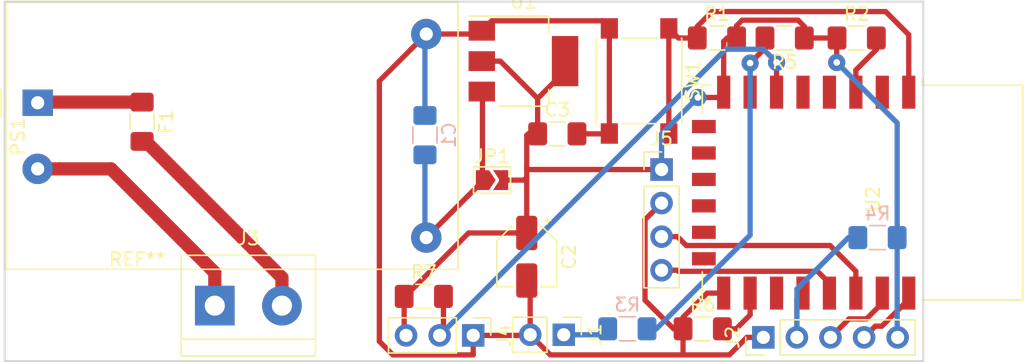
<source format=kicad_pcb>

(kicad_pcb
  (version 20171130)
  (host pcbnew "(5.1.12)-1")
  (general
    (thickness 1.6)
    (drawings 523)
    (tracks 151)
    (zones 0)
    (modules 22)
    (nets 18))
  (page A4)
  (layers
    (0 F.Cu signal)
    (31 B.Cu signal)
    (32 B.Adhes user hide)
    (33 F.Adhes user hide)
    (34 B.Paste user hide)
    (35 F.Paste user hide)
    (36 B.SilkS user hide)
    (37 F.SilkS user hide)
    (38 B.Mask user hide)
    (39 F.Mask user hide)
    (40 Dwgs.User user hide)
    (41 Cmts.User user hide)
    (42 Eco1.User user hide)
    (43 Eco2.User user hide)
    (44 Edge.Cuts user)
    (45 Margin user hide)
    (46 B.CrtYd user hide)
    (47 F.CrtYd user hide)
    (48 B.Fab user hide)
    (49 F.Fab user hide))
  (setup
    (last_trace_width 0.4)
    (trace_clearance 0.2)
    (zone_clearance 0.508)
    (zone_45_only no)
    (trace_min 0.2)
    (via_size 1.3)
    (via_drill 0.5)
    (via_min_size 0.4)
    (via_min_drill 0.3)
    (uvia_size 0.3)
    (uvia_drill 0.1)
    (uvias_allowed no)
    (uvia_min_size 0.2)
    (uvia_min_drill 0.1)
    (edge_width 0.15)
    (segment_width 0.2)
    (pcb_text_width 0.3)
    (pcb_text_size 1.5 1.5)
    (mod_edge_width 0.15)
    (mod_text_size 1 1)
    (mod_text_width 0.15)
    (pad_size 1.524 1.524)
    (pad_drill 0.762)
    (pad_to_mask_clearance 0.2)
    (aux_axis_origin 0 0)
    (visible_elements 7FFFFFFF)
    (pcbplotparams
      (layerselection 0x3ffff_ffffffff)
      (usegerberextensions false)
      (usegerberattributes false)
      (usegerberadvancedattributes false)
      (creategerberjobfile false)
      (excludeedgelayer true)
      (linewidth 1.0)
      (plotframeref false)
      (viasonmask false)
      (mode 1)
      (useauxorigin false)
      (hpglpennumber 1)
      (hpglpenspeed 20)
      (hpglpendiameter 15.0)
      (psnegative false)
      (psa4output false)
      (plotreference true)
      (plotvalue false)
      (plotinvisibletext false)
      (padsonsilk false)
      (subtractmaskfromsilk false)
      (outputformat 1)
      (mirror false)
      (drillshape 0)
      (scaleselection 1)
      (outputdirectory "gerbers")))
  (net 0 "")
  (net 1 GND)
  (net 2 "Net-(C1-Pad1)")
  (net 3 +3.3V)
  (net 4 "Net-(F1-Pad1)")
  (net 5 AC-L)
  (net 6 PULSE)
  (net 7 _PROG)
  (net 8 RXD)
  (net 9 TXD)
  (net 10 AC-N)
  (net 11 "Net-(R1-Pad1)")
  (net 12 "Net-(R2-Pad2)")
  (net 13 "Net-(R3-Pad1)")
  (net 14 "Net-(R6-Pad2)")
  (net 15 DS18B20_DQ)
  (net 16 SCL)
  (net 17 SDA)
  (net_class Default "This is the default net class."
    (clearance 0.2)
    (trace_width 0.4)
    (via_dia 1.3)
    (via_drill 0.5)
    (uvia_dia 0.3)
    (uvia_drill 0.1)
    (add_net +3.3V)
    (add_net DS18B20_DQ)
    (add_net GND)
    (add_net "Net-(C1-Pad1)")
    (add_net "Net-(R1-Pad1)")
    (add_net "Net-(R2-Pad2)")
    (add_net "Net-(R3-Pad1)")
    (add_net "Net-(R6-Pad2)")
    (add_net PULSE)
    (add_net RXD)
    (add_net SCL)
    (add_net SDA)
    (add_net TXD)
    (add_net _PROG))
  (net_class AC ""
    (clearance 1)
    (trace_width 1)
    (via_dia 1.3)
    (via_drill 0.5)
    (uvia_dia 0.3)
    (uvia_drill 0.1)
    (add_net AC-L)
    (add_net AC-N)
    (add_net "Net-(F1-Pad1)"))
  (net_class "Copper Outline" ""
    (clearance 0.2)
    (trace_width 0.2)
    (via_dia 0.6)
    (via_drill 0.4)
    (uvia_dia 0.3)
    (uvia_drill 0.1))
  (net_class Outline ""
    (clearance 0.2)
    (trace_width 0.2)
    (via_dia 0.6)
    (via_drill 0.4)
    (uvia_dia 0.3)
    (uvia_drill 0.1))
  (module MountingHole:MountingHole_2.5mm
    (layer F.Cu)
    (tedit 56D1B4CB)
    (tstamp 5ECBE11E)
    (at 117.65 113.8)
    (descr "Mounting Hole 2.5mm, no annular")
    (tags "mounting hole 2.5mm no annular")
    (attr virtual)
    (fp_text reference REF**
      (at 0 -3.5)
      (layer F.SilkS)
      (effects
        (font
          (size 1 1)
          (thickness 0.15))))
    (fp_text value MountingHole_2.5mm
      (at 0 3.5)
      (layer F.Fab)
      (effects
        (font
          (size 1 1)
          (thickness 0.15))))
    (fp_text user %R
      (at 0.3 0)
      (layer F.Fab)
      (effects
        (font
          (size 1 1)
          (thickness 0.15))))
    (fp_circle
      (center 0 0)
      (end 2.5 0)
      (layer Cmts.User)
      (width 0.15))
    (fp_circle
      (center 0 0)
      (end 2.75 0)
      (layer F.CrtYd)
      (width 0.05))
    (pad 1 np_thru_hole circle
      (at 0 0)
      (size 2.5 2.5)
      (drill 2.5)
      (layers *.Cu *.Mask)))
  (module Connector_PinHeader_2.54mm:PinHeader_1x04_P2.54mm_Vertical
    (layer F.Cu)
    (tedit 59FED5CC)
    (tstamp 5EA6942F)
    (at 157.3 103.5)
    (descr "Through hole straight pin header, 1x04, 2.54mm pitch, single row")
    (tags "Through hole pin header THT 1x04 2.54mm single row")
    (path /5EAA8055)
    (fp_text reference J5
      (at 0 -2.33)
      (layer F.SilkS)
      (effects
        (font
          (size 1 1)
          (thickness 0.15))))
    (fp_text value CONN_I2C
      (at 0 9.95)
      (layer F.Fab)
      (effects
        (font
          (size 1 1)
          (thickness 0.15))))
    (fp_text user %R
      (at 0 3.81 90)
      (layer F.Fab)
      (effects
        (font
          (size 1 1)
          (thickness 0.15))))
    (fp_line
      (start -0.635 -1.27)
      (end 1.27 -1.27)
      (layer F.Fab)
      (width 0.1))
    (fp_line
      (start 1.27 -1.27)
      (end 1.27 8.89)
      (layer F.Fab)
      (width 0.1))
    (fp_line
      (start 1.27 8.89)
      (end -1.27 8.89)
      (layer F.Fab)
      (width 0.1))
    (fp_line
      (start -1.27 8.89)
      (end -1.27 -0.635)
      (layer F.Fab)
      (width 0.1))
    (fp_line
      (start -1.27 -0.635)
      (end -0.635 -1.27)
      (layer F.Fab)
      (width 0.1))
    (fp_line
      (start -1.33 8.95)
      (end 1.33 8.95)
      (layer F.SilkS)
      (width 0.12))
    (fp_line
      (start -1.33 1.27)
      (end -1.33 8.95)
      (layer F.SilkS)
      (width 0.12))
    (fp_line
      (start 1.33 1.27)
      (end 1.33 8.95)
      (layer F.SilkS)
      (width 0.12))
    (fp_line
      (start -1.33 1.27)
      (end 1.33 1.27)
      (layer F.SilkS)
      (width 0.12))
    (fp_line
      (start -1.33 0)
      (end -1.33 -1.33)
      (layer F.SilkS)
      (width 0.12))
    (fp_line
      (start -1.33 -1.33)
      (end 0 -1.33)
      (layer F.SilkS)
      (width 0.12))
    (fp_line
      (start -1.8 -1.8)
      (end -1.8 9.4)
      (layer F.CrtYd)
      (width 0.05))
    (fp_line
      (start -1.8 9.4)
      (end 1.8 9.4)
      (layer F.CrtYd)
      (width 0.05))
    (fp_line
      (start 1.8 9.4)
      (end 1.8 -1.8)
      (layer F.CrtYd)
      (width 0.05))
    (fp_line
      (start 1.8 -1.8)
      (end -1.8 -1.8)
      (layer F.CrtYd)
      (width 0.05))
    (pad 4 thru_hole oval
      (at 0 7.62)
      (size 1.7 1.7)
      (drill 1)
      (layers *.Cu *.Mask)
      (net 17 SDA))
    (pad 3 thru_hole oval
      (at 0 5.08)
      (size 1.7 1.7)
      (drill 1)
      (layers *.Cu *.Mask)
      (net 16 SCL))
    (pad 2 thru_hole oval
      (at 0 2.54)
      (size 1.7 1.7)
      (drill 1)
      (layers *.Cu *.Mask)
      (net 1 GND))
    (pad 1 thru_hole rect
      (at 0 0)
      (size 1.7 1.7)
      (drill 1)
      (layers *.Cu *.Mask)
      (net 3 +3.3V))
    (model ${KISYS3DMOD}/Connector_PinHeader_2.54mm.3dshapes/PinHeader_1x04_P2.54mm_Vertical.wrl
      (at
        (xyz 0 0 0))
      (scale
        (xyz 1 1 1))
      (rotate
        (xyz 0 0 0))))
  (module RF_Module:ESP-12E
    (layer F.Cu)
    (tedit 5A030172)
    (tstamp 5EA299A7)
    (at 172.5 105.25 270)
    (descr "Wi-Fi Module, http://wiki.ai-thinker.com/_media/esp8266/docs/aithinker_esp_12f_datasheet_en.pdf")
    (tags "Wi-Fi Module")
    (path /5E9EB5E9)
    (attr smd)
    (fp_text reference U2
      (at 0.5 -0.8 90)
      (layer F.SilkS)
      (effects
        (font
          (size 1 1)
          (thickness 0.15))))
    (fp_text value ESP-12F
      (at -0.06 -12.78 90)
      (layer F.Fab)
      (effects
        (font
          (size 1 1)
          (thickness 0.15))))
    (fp_text user Antenna
      (at -0.06 -7 270)
      (layer Cmts.User)
      (effects
        (font
          (size 1 1)
          (thickness 0.15))))
    (fp_text user "KEEP-OUT ZONE"
      (at 0.03 -9.55 270)
      (layer Cmts.User)
      (effects
        (font
          (size 1 1)
          (thickness 0.15))))
    (fp_text user %R
      (at 0.49 -0.8 90)
      (layer F.Fab)
      (effects
        (font
          (size 1 1)
          (thickness 0.15))))
    (fp_line
      (start 5.56 -4.8)
      (end 8.12 -7.36)
      (layer Dwgs.User)
      (width 0.12))
    (fp_line
      (start 2.56 -4.8)
      (end 8.12 -10.36)
      (layer Dwgs.User)
      (width 0.12))
    (fp_line
      (start -0.44 -4.8)
      (end 6.88 -12.12)
      (layer Dwgs.User)
      (width 0.12))
    (fp_line
      (start -3.44 -4.8)
      (end 3.88 -12.12)
      (layer Dwgs.User)
      (width 0.12))
    (fp_line
      (start -6.44 -4.8)
      (end 0.88 -12.12)
      (layer Dwgs.User)
      (width 0.12))
    (fp_line
      (start -8.12 -6.12)
      (end -2.12 -12.12)
      (layer Dwgs.User)
      (width 0.12))
    (fp_line
      (start -8.12 -9.12)
      (end -5.12 -12.12)
      (layer Dwgs.User)
      (width 0.12))
    (fp_line
      (start -8.12 -4.8)
      (end -8.12 -12.12)
      (layer Dwgs.User)
      (width 0.12))
    (fp_line
      (start 8.12 -4.8)
      (end -8.12 -4.8)
      (layer Dwgs.User)
      (width 0.12))
    (fp_line
      (start 8.12 -12.12)
      (end 8.12 -4.8)
      (layer Dwgs.User)
      (width 0.12))
    (fp_line
      (start -8.12 -12.12)
      (end 8.12 -12.12)
      (layer Dwgs.User)
      (width 0.12))
    (fp_line
      (start -8.12 -4.5)
      (end -8.73 -4.5)
      (layer F.SilkS)
      (width 0.12))
    (fp_line
      (start -8.12 -4.5)
      (end -8.12 -12.12)
      (layer F.SilkS)
      (width 0.12))
    (fp_line
      (start -8.12 12.12)
      (end -8.12 11.5)
      (layer F.SilkS)
      (width 0.12))
    (fp_line
      (start -6 12.12)
      (end -8.12 12.12)
      (layer F.SilkS)
      (width 0.12))
    (fp_line
      (start 8.12 12.12)
      (end 6 12.12)
      (layer F.SilkS)
      (width 0.12))
    (fp_line
      (start 8.12 11.5)
      (end 8.12 12.12)
      (layer F.SilkS)
      (width 0.12))
    (fp_line
      (start 8.12 -12.12)
      (end 8.12 -4.5)
      (layer F.SilkS)
      (width 0.12))
    (fp_line
      (start -8.12 -12.12)
      (end 8.12 -12.12)
      (layer F.SilkS)
      (width 0.12))
    (fp_line
      (start -9.05 13.1)
      (end -9.05 -12.2)
      (layer F.CrtYd)
      (width 0.05))
    (fp_line
      (start 9.05 13.1)
      (end -9.05 13.1)
      (layer F.CrtYd)
      (width 0.05))
    (fp_line
      (start 9.05 -12.2)
      (end 9.05 13.1)
      (layer F.CrtYd)
      (width 0.05))
    (fp_line
      (start -9.05 -12.2)
      (end 9.05 -12.2)
      (layer F.CrtYd)
      (width 0.05))
    (fp_line
      (start -8 -4)
      (end -8 -12)
      (layer F.Fab)
      (width 0.12))
    (fp_line
      (start -7.5 -3.5)
      (end -8 -4)
      (layer F.Fab)
      (width 0.12))
    (fp_line
      (start -8 -3)
      (end -7.5 -3.5)
      (layer F.Fab)
      (width 0.12))
    (fp_line
      (start -8 12)
      (end -8 -3)
      (layer F.Fab)
      (width 0.12))
    (fp_line
      (start 8 12)
      (end -8 12)
      (layer F.Fab)
      (width 0.12))
    (fp_line
      (start 8 -12)
      (end 8 12)
      (layer F.Fab)
      (width 0.12))
    (fp_line
      (start -8 -12)
      (end 8 -12)
      (layer F.Fab)
      (width 0.12))
    (pad 1 smd rect
      (at -7.6 -3.5 270)
      (size 2.5 1)
      (layers F.Cu F.Paste F.Mask)
      (net 11 "Net-(R1-Pad1)"))
    (pad 2 smd rect
      (at -7.6 -1.5 270)
      (size 2.5 1)
      (layers F.Cu F.Paste F.Mask))
    (pad 3 smd rect
      (at -7.6 0.5 270)
      (size 2.5 1)
      (layers F.Cu F.Paste F.Mask)
      (net 12 "Net-(R2-Pad2)"))
    (pad 4 smd rect
      (at -7.6 2.5 270)
      (size 2.5 1)
      (layers F.Cu F.Paste F.Mask))
    (pad 5 smd rect
      (at -7.6 4.5 270)
      (size 2.5 1)
      (layers F.Cu F.Paste F.Mask))
    (pad 6 smd rect
      (at -7.6 6.5 270)
      (size 2.5 1)
      (layers F.Cu F.Paste F.Mask)
      (net 15 DS18B20_DQ))
    (pad 7 smd rect
      (at -7.6 8.5 270)
      (size 2.5 1)
      (layers F.Cu F.Paste F.Mask)
      (net 13 "Net-(R3-Pad1)"))
    (pad 8 smd rect
      (at -7.6 10.5 270)
      (size 2.5 1)
      (layers F.Cu F.Paste F.Mask)
      (net 3 +3.3V))
    (pad 9 smd rect
      (at -5 12 270)
      (size 1 1.8)
      (layers F.Cu F.Paste F.Mask))
    (pad 10 smd rect
      (at -3 12 270)
      (size 1 1.8)
      (layers F.Cu F.Paste F.Mask))
    (pad 11 smd rect
      (at -1 12 270)
      (size 1 1.8)
      (layers F.Cu F.Paste F.Mask))
    (pad 12 smd rect
      (at 1 12 270)
      (size 1 1.8)
      (layers F.Cu F.Paste F.Mask))
    (pad 13 smd rect
      (at 3 12 270)
      (size 1 1.8)
      (layers F.Cu F.Paste F.Mask))
    (pad 14 smd rect
      (at 5 12 270)
      (size 1 1.8)
      (layers F.Cu F.Paste F.Mask))
    (pad 15 smd rect
      (at 7.6 10.5 270)
      (size 2.5 1)
      (layers F.Cu F.Paste F.Mask)
      (net 1 GND))
    (pad 16 smd rect
      (at 7.6 8.5 270)
      (size 2.5 1)
      (layers F.Cu F.Paste F.Mask)
      (net 14 "Net-(R6-Pad2)"))
    (pad 17 smd rect
      (at 7.6 6.5 270)
      (size 2.5 1)
      (layers F.Cu F.Paste F.Mask))
    (pad 18 smd rect
      (at 7.6 4.5 270)
      (size 2.5 1)
      (layers F.Cu F.Paste F.Mask)
      (net 7 _PROG))
    (pad 19 smd rect
      (at 7.6 2.5 270)
      (size 2.5 1)
      (layers F.Cu F.Paste F.Mask)
      (net 17 SDA))
    (pad 20 smd rect
      (at 7.6 0.5 270)
      (size 2.5 1)
      (layers F.Cu F.Paste F.Mask)
      (net 16 SCL))
    (pad 21 smd rect
      (at 7.6 -1.5 270)
      (size 2.5 1)
      (layers F.Cu F.Paste F.Mask)
      (net 8 RXD))
    (pad 22 smd rect
      (at 7.6 -3.5 270)
      (size 2.5 1)
      (layers F.Cu F.Paste F.Mask)
      (net 9 TXD))
    (model ${KISYS3DMOD}/RF_Module.3dshapes/ESP-12E.wrl
      (at
        (xyz 0 0 0))
      (scale
        (xyz 1 1 1))
      (rotate
        (xyz 0 0 0))))
  (module Connector_PinHeader_2.54mm:PinHeader_1x05_P2.54mm_Vertical
    (layer F.Cu)
    (tedit 59FED5CC)
    (tstamp 5EA2A963)
    (at 165 116.2 90)
    (descr "Through hole straight pin header, 1x05, 2.54mm pitch, single row")
    (tags "Through hole pin header THT 1x05 2.54mm single row")
    (path /5EA4449E)
    (fp_text reference J2
      (at 0 -2.33 90)
      (layer F.SilkS)
      (effects
        (font
          (size 1 1)
          (thickness 0.15))))
    (fp_text value CONN_PROG
      (at 2.1 6.8 180)
      (layer F.Fab)
      (effects
        (font
          (size 1 1)
          (thickness 0.15))))
    (fp_text user %R
      (at 0 5.08)
      (layer F.Fab)
      (effects
        (font
          (size 1 1)
          (thickness 0.15))))
    (fp_line
      (start 1.8 -1.8)
      (end -1.8 -1.8)
      (layer F.CrtYd)
      (width 0.05))
    (fp_line
      (start 1.8 11.95)
      (end 1.8 -1.8)
      (layer F.CrtYd)
      (width 0.05))
    (fp_line
      (start -1.8 11.95)
      (end 1.8 11.95)
      (layer F.CrtYd)
      (width 0.05))
    (fp_line
      (start -1.8 -1.8)
      (end -1.8 11.95)
      (layer F.CrtYd)
      (width 0.05))
    (fp_line
      (start -1.33 -1.33)
      (end 0 -1.33)
      (layer F.SilkS)
      (width 0.12))
    (fp_line
      (start -1.33 0)
      (end -1.33 -1.33)
      (layer F.SilkS)
      (width 0.12))
    (fp_line
      (start -1.33 1.27)
      (end 1.33 1.27)
      (layer F.SilkS)
      (width 0.12))
    (fp_line
      (start 1.33 1.27)
      (end 1.33 11.49)
      (layer F.SilkS)
      (width 0.12))
    (fp_line
      (start -1.33 1.27)
      (end -1.33 11.49)
      (layer F.SilkS)
      (width 0.12))
    (fp_line
      (start -1.33 11.49)
      (end 1.33 11.49)
      (layer F.SilkS)
      (width 0.12))
    (fp_line
      (start -1.27 -0.635)
      (end -0.635 -1.27)
      (layer F.Fab)
      (width 0.1))
    (fp_line
      (start -1.27 11.43)
      (end -1.27 -0.635)
      (layer F.Fab)
      (width 0.1))
    (fp_line
      (start 1.27 11.43)
      (end -1.27 11.43)
      (layer F.Fab)
      (width 0.1))
    (fp_line
      (start 1.27 -1.27)
      (end 1.27 11.43)
      (layer F.Fab)
      (width 0.1))
    (fp_line
      (start -0.635 -1.27)
      (end 1.27 -1.27)
      (layer F.Fab)
      (width 0.1))
    (pad 1 thru_hole rect
      (at 0 0 90)
      (size 1.7 1.7)
      (drill 1)
      (layers *.Cu *.Mask)
      (net 1 GND))
    (pad 2 thru_hole oval
      (at 0 2.54 90)
      (size 1.7 1.7)
      (drill 1)
      (layers *.Cu *.Mask)
      (net 7 _PROG))
    (pad 3 thru_hole oval
      (at 0 5.08 90)
      (size 1.7 1.7)
      (drill 1)
      (layers *.Cu *.Mask)
      (net 8 RXD))
    (pad 4 thru_hole oval
      (at 0 7.62 90)
      (size 1.7 1.7)
      (drill 1)
      (layers *.Cu *.Mask)
      (net 9 TXD))
    (pad 5 thru_hole oval
      (at 0 10.16 90)
      (size 1.7 1.7)
      (drill 1)
      (layers *.Cu *.Mask)
      (net 3 +3.3V))
    (model ${KISYS3DMOD}/Connector_PinHeader_2.54mm.3dshapes/PinHeader_1x05_P2.54mm_Vertical.wrl
      (at
        (xyz 0 0 0))
      (scale
        (xyz 1 1 1))
      (rotate
        (xyz 0 0 0))))
  (module Jumper:SolderJumper-2_P1.3mm_Open_TrianglePad1.0x1.5mm
    (layer F.Cu)
    (tedit 5A64794F)
    (tstamp 5EA2A8F5)
    (at 144.475 104.3)
    (descr "SMD Solder Jumper, 1x1.5mm Triangular Pads, 0.3mm gap, open")
    (tags "solder jumper open")
    (path /5E9FB45C)
    (attr virtual)
    (fp_text reference JP1
      (at 0 -1.8)
      (layer F.SilkS)
      (effects
        (font
          (size 1 1)
          (thickness 0.15))))
    (fp_text value "3.3V BYPASS"
      (at 0 1.9)
      (layer F.Fab)
      (effects
        (font
          (size 1 1)
          (thickness 0.15))))
    (fp_line
      (start 1.65 1.25)
      (end -1.65 1.25)
      (layer F.CrtYd)
      (width 0.05))
    (fp_line
      (start 1.65 1.25)
      (end 1.65 -1.25)
      (layer F.CrtYd)
      (width 0.05))
    (fp_line
      (start -1.65 -1.25)
      (end -1.65 1.25)
      (layer F.CrtYd)
      (width 0.05))
    (fp_line
      (start -1.65 -1.25)
      (end 1.65 -1.25)
      (layer F.CrtYd)
      (width 0.05))
    (fp_line
      (start -1.4 -1)
      (end 1.4 -1)
      (layer F.SilkS)
      (width 0.12))
    (fp_line
      (start 1.4 -1)
      (end 1.4 1)
      (layer F.SilkS)
      (width 0.12))
    (fp_line
      (start 1.4 1)
      (end -1.4 1)
      (layer F.SilkS)
      (width 0.12))
    (fp_line
      (start -1.4 1)
      (end -1.4 -1)
      (layer F.SilkS)
      (width 0.12))
    (pad 2 smd custom
      (at 0.725 0)
      (size 0.3 0.3)
      (layers F.Cu F.Mask)
      (net 3 +3.3V)
      (zone_connect 2)
      (options
        (clearance outline)
        (anchor rect))
      (primitives
        (gr_poly
          (pts
            (xy -0.65 -0.75)
            (xy 0.5 -0.75)
            (xy 0.5 0.75)
            (xy -0.65 0.75)
            (xy -0.15 0))
          (width 0))))
    (pad 1 smd custom
      (at -0.725 0)
      (size 0.3 0.3)
      (layers F.Cu F.Mask)
      (net 2 "Net-(C1-Pad1)")
      (zone_connect 2)
      (options
        (clearance outline)
        (anchor rect))
      (primitives
        (gr_poly
          (pts
            (xy -0.5 -0.75)
            (xy 0.5 -0.75)
            (xy 1 0)
            (xy 0.5 0.75)
            (xy -0.5 0.75))
          (width 0)))))
  (module Resistor_SMD:R_1206_3216Metric_Pad1.42x1.75mm_HandSolder
    (layer F.Cu)
    (tedit 5B301BBD)
    (tstamp 5EA2A880)
    (at 161.4875 93.55)
    (descr "Resistor SMD 1206 (3216 Metric), square (rectangular) end terminal, IPC_7351 nominal with elongated pad for handsoldering. (Body size source: http://www.tortai-tech.com/upload/download/2011102023233369053.pdf), generated with kicad-footprint-generator")
    (tags "resistor handsolder")
    (path /5EA0AB12)
    (attr smd)
    (fp_text reference R1
      (at 0 -1.82)
      (layer F.SilkS)
      (effects
        (font
          (size 1 1)
          (thickness 0.15))))
    (fp_text value 10k
      (at 0 1.82)
      (layer F.Fab)
      (effects
        (font
          (size 1 1)
          (thickness 0.15))))
    (fp_text user %R
      (at -0.0875 0.1)
      (layer F.Fab)
      (effects
        (font
          (size 0.8 0.8)
          (thickness 0.12))))
    (fp_line
      (start 2.45 1.12)
      (end -2.45 1.12)
      (layer F.CrtYd)
      (width 0.05))
    (fp_line
      (start 2.45 -1.12)
      (end 2.45 1.12)
      (layer F.CrtYd)
      (width 0.05))
    (fp_line
      (start -2.45 -1.12)
      (end 2.45 -1.12)
      (layer F.CrtYd)
      (width 0.05))
    (fp_line
      (start -2.45 1.12)
      (end -2.45 -1.12)
      (layer F.CrtYd)
      (width 0.05))
    (fp_line
      (start -0.602064 0.91)
      (end 0.602064 0.91)
      (layer F.SilkS)
      (width 0.12))
    (fp_line
      (start -0.602064 -0.91)
      (end 0.602064 -0.91)
      (layer F.SilkS)
      (width 0.12))
    (fp_line
      (start 1.6 0.8)
      (end -1.6 0.8)
      (layer F.Fab)
      (width 0.1))
    (fp_line
      (start 1.6 -0.8)
      (end 1.6 0.8)
      (layer F.Fab)
      (width 0.1))
    (fp_line
      (start -1.6 -0.8)
      (end 1.6 -0.8)
      (layer F.Fab)
      (width 0.1))
    (fp_line
      (start -1.6 0.8)
      (end -1.6 -0.8)
      (layer F.Fab)
      (width 0.1))
    (pad 1 smd roundrect
      (at -1.4875 0)
      (size 1.425 1.75)
      (layers F.Cu F.Paste F.Mask)
      (roundrect_rratio 0.175439)
      (net 11 "Net-(R1-Pad1)"))
    (pad 2 smd roundrect
      (at 1.4875 0)
      (size 1.425 1.75)
      (layers F.Cu F.Paste F.Mask)
      (roundrect_rratio 0.175439)
      (net 3 +3.3V))
    (model ${KISYS3DMOD}/Resistor_SMD.3dshapes/R_1206_3216Metric.wrl
      (at
        (xyz 0 0 0))
      (scale
        (xyz 1 1 1))
      (rotate
        (xyz 0 0 0))))
  (module Resistor_SMD:R_1206_3216Metric_Pad1.42x1.75mm_HandSolder
    (layer F.Cu)
    (tedit 5B301BBD)
    (tstamp 5EA2A850)
    (at 172.0625 93.55)
    (descr "Resistor SMD 1206 (3216 Metric), square (rectangular) end terminal, IPC_7351 nominal with elongated pad for handsoldering. (Body size source: http://www.tortai-tech.com/upload/download/2011102023233369053.pdf), generated with kicad-footprint-generator")
    (tags "resistor handsolder")
    (path /5EA0C348)
    (attr smd)
    (fp_text reference R2
      (at 0 -1.82)
      (layer F.SilkS)
      (effects
        (font
          (size 1 1)
          (thickness 0.15))))
    (fp_text value 10k
      (at 0 1.82)
      (layer F.Fab)
      (effects
        (font
          (size 1 1)
          (thickness 0.15))))
    (fp_text user %R
      (at 0 0)
      (layer F.Fab)
      (effects
        (font
          (size 0.8 0.8)
          (thickness 0.12))))
    (fp_line
      (start -1.6 0.8)
      (end -1.6 -0.8)
      (layer F.Fab)
      (width 0.1))
    (fp_line
      (start -1.6 -0.8)
      (end 1.6 -0.8)
      (layer F.Fab)
      (width 0.1))
    (fp_line
      (start 1.6 -0.8)
      (end 1.6 0.8)
      (layer F.Fab)
      (width 0.1))
    (fp_line
      (start 1.6 0.8)
      (end -1.6 0.8)
      (layer F.Fab)
      (width 0.1))
    (fp_line
      (start -0.602064 -0.91)
      (end 0.602064 -0.91)
      (layer F.SilkS)
      (width 0.12))
    (fp_line
      (start -0.602064 0.91)
      (end 0.602064 0.91)
      (layer F.SilkS)
      (width 0.12))
    (fp_line
      (start -2.45 1.12)
      (end -2.45 -1.12)
      (layer F.CrtYd)
      (width 0.05))
    (fp_line
      (start -2.45 -1.12)
      (end 2.45 -1.12)
      (layer F.CrtYd)
      (width 0.05))
    (fp_line
      (start 2.45 -1.12)
      (end 2.45 1.12)
      (layer F.CrtYd)
      (width 0.05))
    (fp_line
      (start 2.45 1.12)
      (end -2.45 1.12)
      (layer F.CrtYd)
      (width 0.05))
    (pad 2 smd roundrect
      (at 1.4875 0)
      (size 1.425 1.75)
      (layers F.Cu F.Paste F.Mask)
      (roundrect_rratio 0.175439)
      (net 12 "Net-(R2-Pad2)"))
    (pad 1 smd roundrect
      (at -1.4875 0)
      (size 1.425 1.75)
      (layers F.Cu F.Paste F.Mask)
      (roundrect_rratio 0.175439)
      (net 3 +3.3V))
    (model ${KISYS3DMOD}/Resistor_SMD.3dshapes/R_1206_3216Metric.wrl
      (at
        (xyz 0 0 0))
      (scale
        (xyz 1 1 1))
      (rotate
        (xyz 0 0 0))))
  (module Resistor_SMD:R_1206_3216Metric_Pad1.42x1.75mm_HandSolder
    (layer B.Cu)
    (tedit 5B301BBD)
    (tstamp 5ECBC6AE)
    (at 154.7125 115.55 180)
    (descr "Resistor SMD 1206 (3216 Metric), square (rectangular) end terminal, IPC_7351 nominal with elongated pad for handsoldering. (Body size source: http://www.tortai-tech.com/upload/download/2011102023233369053.pdf), generated with kicad-footprint-generator")
    (tags "resistor handsolder")
    (path /5EA1E8A4)
    (attr smd)
    (fp_text reference R3
      (at 0 1.82)
      (layer B.SilkS)
      (effects
        (font
          (size 1 1)
          (thickness 0.15))
        (justify mirror)))
    (fp_text value 470
      (at 0 -1.82)
      (layer B.Fab)
      (effects
        (font
          (size 1 1)
          (thickness 0.15))
        (justify mirror)))
    (fp_text user %R
      (at 0.2125 0.35 90)
      (layer F.Fab)
      (effects
        (font
          (size 0.8 0.8)
          (thickness 0.12))))
    (fp_line
      (start -1.6 -0.8)
      (end -1.6 0.8)
      (layer B.Fab)
      (width 0.1))
    (fp_line
      (start -1.6 0.8)
      (end 1.6 0.8)
      (layer B.Fab)
      (width 0.1))
    (fp_line
      (start 1.6 0.8)
      (end 1.6 -0.8)
      (layer B.Fab)
      (width 0.1))
    (fp_line
      (start 1.6 -0.8)
      (end -1.6 -0.8)
      (layer B.Fab)
      (width 0.1))
    (fp_line
      (start -0.602064 0.91)
      (end 0.602064 0.91)
      (layer B.SilkS)
      (width 0.12))
    (fp_line
      (start -0.602064 -0.91)
      (end 0.602064 -0.91)
      (layer B.SilkS)
      (width 0.12))
    (fp_line
      (start -2.45 -1.12)
      (end -2.45 1.12)
      (layer B.CrtYd)
      (width 0.05))
    (fp_line
      (start -2.45 1.12)
      (end 2.45 1.12)
      (layer B.CrtYd)
      (width 0.05))
    (fp_line
      (start 2.45 1.12)
      (end 2.45 -1.12)
      (layer B.CrtYd)
      (width 0.05))
    (fp_line
      (start 2.45 -1.12)
      (end -2.45 -1.12)
      (layer B.CrtYd)
      (width 0.05))
    (pad 2 smd roundrect
      (at 1.4875 0 180)
      (size 1.425 1.75)
      (layers B.Cu B.Paste B.Mask)
      (roundrect_rratio 0.175439)
      (net 6 PULSE))
    (pad 1 smd roundrect
      (at -1.4875 0 180)
      (size 1.425 1.75)
      (layers B.Cu B.Paste B.Mask)
      (roundrect_rratio 0.175439)
      (net 13 "Net-(R3-Pad1)"))
    (model ${KISYS3DMOD}/Resistor_SMD.3dshapes/R_1206_3216Metric.wrl
      (at
        (xyz 0 0 0))
      (scale
        (xyz 1 1 1))
      (rotate
        (xyz 0 0 0))))
  (module Resistor_SMD:R_1206_3216Metric_Pad1.42x1.75mm_HandSolder
    (layer F.Cu)
    (tedit 5B301BBD)
    (tstamp 5EA2A7C0)
    (at 166.6125 93.55 180)
    (descr "Resistor SMD 1206 (3216 Metric), square (rectangular) end terminal, IPC_7351 nominal with elongated pad for handsoldering. (Body size source: http://www.tortai-tech.com/upload/download/2011102023233369053.pdf), generated with kicad-footprint-generator")
    (tags "resistor handsolder")
    (path /5EA1A4E0)
    (attr smd)
    (fp_text reference R5
      (at 0 -1.82 180)
      (layer F.SilkS)
      (effects
        (font
          (size 1 1)
          (thickness 0.15))))
    (fp_text value 10k
      (at 0 1.82 180)
      (layer F.Fab)
      (effects
        (font
          (size 1 1)
          (thickness 0.15))))
    (fp_text user %R
      (at 0 0 180)
      (layer F.Fab)
      (effects
        (font
          (size 0.8 0.8)
          (thickness 0.12))))
    (fp_line
      (start 2.45 1.12)
      (end -2.45 1.12)
      (layer F.CrtYd)
      (width 0.05))
    (fp_line
      (start 2.45 -1.12)
      (end 2.45 1.12)
      (layer F.CrtYd)
      (width 0.05))
    (fp_line
      (start -2.45 -1.12)
      (end 2.45 -1.12)
      (layer F.CrtYd)
      (width 0.05))
    (fp_line
      (start -2.45 1.12)
      (end -2.45 -1.12)
      (layer F.CrtYd)
      (width 0.05))
    (fp_line
      (start -0.602064 0.91)
      (end 0.602064 0.91)
      (layer F.SilkS)
      (width 0.12))
    (fp_line
      (start -0.602064 -0.91)
      (end 0.602064 -0.91)
      (layer F.SilkS)
      (width 0.12))
    (fp_line
      (start 1.6 0.8)
      (end -1.6 0.8)
      (layer F.Fab)
      (width 0.1))
    (fp_line
      (start 1.6 -0.8)
      (end 1.6 0.8)
      (layer F.Fab)
      (width 0.1))
    (fp_line
      (start -1.6 -0.8)
      (end 1.6 -0.8)
      (layer F.Fab)
      (width 0.1))
    (fp_line
      (start -1.6 0.8)
      (end -1.6 -0.8)
      (layer F.Fab)
      (width 0.1))
    (pad 1 smd roundrect
      (at -1.4875 0 180)
      (size 1.425 1.75)
      (layers F.Cu F.Paste F.Mask)
      (roundrect_rratio 0.175439)
      (net 3 +3.3V))
    (pad 2 smd roundrect
      (at 1.4875 0 180)
      (size 1.425 1.75)
      (layers F.Cu F.Paste F.Mask)
      (roundrect_rratio 0.175439)
      (net 13 "Net-(R3-Pad1)"))
    (model ${KISYS3DMOD}/Resistor_SMD.3dshapes/R_1206_3216Metric.wrl
      (at
        (xyz 0 0 0))
      (scale
        (xyz 1 1 1))
      (rotate
        (xyz 0 0 0))))
  (module Resistor_SMD:R_1206_3216Metric_Pad1.42x1.75mm_HandSolder
    (layer F.Cu)
    (tedit 5B301BBD)
    (tstamp 5ECBC490)
    (at 160.4125 115.55)
    (descr "Resistor SMD 1206 (3216 Metric), square (rectangular) end terminal, IPC_7351 nominal with elongated pad for handsoldering. (Body size source: http://www.tortai-tech.com/upload/download/2011102023233369053.pdf), generated with kicad-footprint-generator")
    (tags "resistor handsolder")
    (path /5EA0EA76)
    (attr smd)
    (fp_text reference R6
      (at 0 -1.82)
      (layer F.SilkS)
      (effects
        (font
          (size 1 1)
          (thickness 0.15))))
    (fp_text value 10k
      (at 0 1.82)
      (layer F.Fab)
      (effects
        (font
          (size 1 1)
          (thickness 0.15))))
    (fp_text user %R
      (at 0 0)
      (layer F.Fab)
      (effects
        (font
          (size 0.8 0.8)
          (thickness 0.12))))
    (fp_line
      (start -1.6 0.8)
      (end -1.6 -0.8)
      (layer F.Fab)
      (width 0.1))
    (fp_line
      (start -1.6 -0.8)
      (end 1.6 -0.8)
      (layer F.Fab)
      (width 0.1))
    (fp_line
      (start 1.6 -0.8)
      (end 1.6 0.8)
      (layer F.Fab)
      (width 0.1))
    (fp_line
      (start 1.6 0.8)
      (end -1.6 0.8)
      (layer F.Fab)
      (width 0.1))
    (fp_line
      (start -0.602064 -0.91)
      (end 0.602064 -0.91)
      (layer F.SilkS)
      (width 0.12))
    (fp_line
      (start -0.602064 0.91)
      (end 0.602064 0.91)
      (layer F.SilkS)
      (width 0.12))
    (fp_line
      (start -2.45 1.12)
      (end -2.45 -1.12)
      (layer F.CrtYd)
      (width 0.05))
    (fp_line
      (start -2.45 -1.12)
      (end 2.45 -1.12)
      (layer F.CrtYd)
      (width 0.05))
    (fp_line
      (start 2.45 -1.12)
      (end 2.45 1.12)
      (layer F.CrtYd)
      (width 0.05))
    (fp_line
      (start 2.45 1.12)
      (end -2.45 1.12)
      (layer F.CrtYd)
      (width 0.05))
    (pad 2 smd roundrect
      (at 1.4875 0)
      (size 1.425 1.75)
      (layers F.Cu F.Paste F.Mask)
      (roundrect_rratio 0.175439)
      (net 14 "Net-(R6-Pad2)"))
    (pad 1 smd roundrect
      (at -1.4875 0)
      (size 1.425 1.75)
      (layers F.Cu F.Paste F.Mask)
      (roundrect_rratio 0.175439)
      (net 1 GND))
    (model ${KISYS3DMOD}/Resistor_SMD.3dshapes/R_1206_3216Metric.wrl
      (at
        (xyz 0 0 0))
      (scale
        (xyz 1 1 1))
      (rotate
        (xyz 0 0 0))))
  (module Button_Switch_SMD:SW_Push_1P1T_NO_6x6mm_H9.5mm
    (layer F.Cu)
    (tedit 5CA1CA7F)
    (tstamp 5EA2A74E)
    (at 155.6 96.8 270)
    (descr "tactile push button, 6x6mm e.g. PTS645xx series, height=9.5mm")
    (tags "tact sw push 6mm smd")
    (path /5EA11774)
    (attr smd)
    (fp_text reference SW1
      (at 0 -4.05 90)
      (layer F.SilkS)
      (effects
        (font
          (size 1 1)
          (thickness 0.15))))
    (fp_text value SW_RESET
      (at 0 4.15 90)
      (layer F.Fab)
      (effects
        (font
          (size 1 1)
          (thickness 0.15))))
    (fp_text user %R
      (at 0 -4.05 90)
      (layer F.Fab)
      (effects
        (font
          (size 1 1)
          (thickness 0.15))))
    (fp_circle
      (center 0 0)
      (end 1.75 -0.05)
      (layer F.Fab)
      (width 0.1))
    (fp_line
      (start -3.23 3.23)
      (end 3.23 3.23)
      (layer F.SilkS)
      (width 0.12))
    (fp_line
      (start -3.23 -1.3)
      (end -3.23 1.3)
      (layer F.SilkS)
      (width 0.12))
    (fp_line
      (start -3.23 -3.23)
      (end 3.23 -3.23)
      (layer F.SilkS)
      (width 0.12))
    (fp_line
      (start 3.23 -1.3)
      (end 3.23 1.3)
      (layer F.SilkS)
      (width 0.12))
    (fp_line
      (start -3.23 -3.2)
      (end -3.23 -3.23)
      (layer F.SilkS)
      (width 0.12))
    (fp_line
      (start -3.23 3.23)
      (end -3.23 3.2)
      (layer F.SilkS)
      (width 0.12))
    (fp_line
      (start 3.23 3.23)
      (end 3.23 3.2)
      (layer F.SilkS)
      (width 0.12))
    (fp_line
      (start 3.23 -3.23)
      (end 3.23 -3.2)
      (layer F.SilkS)
      (width 0.12))
    (fp_line
      (start -5 -3.25)
      (end 5 -3.25)
      (layer F.CrtYd)
      (width 0.05))
    (fp_line
      (start -5 3.25)
      (end 5 3.25)
      (layer F.CrtYd)
      (width 0.05))
    (fp_line
      (start -5 -3.25)
      (end -5 3.25)
      (layer F.CrtYd)
      (width 0.05))
    (fp_line
      (start 5 3.25)
      (end 5 -3.25)
      (layer F.CrtYd)
      (width 0.05))
    (fp_line
      (start 3 -3)
      (end -3 -3)
      (layer F.Fab)
      (width 0.1))
    (fp_line
      (start 3 3)
      (end 3 -3)
      (layer F.Fab)
      (width 0.1))
    (fp_line
      (start -3 3)
      (end 3 3)
      (layer F.Fab)
      (width 0.1))
    (fp_line
      (start -3 -3)
      (end -3 3)
      (layer F.Fab)
      (width 0.1))
    (pad 2 smd rect
      (at -3.975 2.25 270)
      (size 1.55 1.3)
      (layers F.Cu F.Paste F.Mask)
      (net 1 GND))
    (pad 1 smd rect
      (at -3.975 -2.25 270)
      (size 1.55 1.3)
      (layers F.Cu F.Paste F.Mask)
      (net 11 "Net-(R1-Pad1)"))
    (pad 1 smd rect
      (at 3.975 -2.25 270)
      (size 1.55 1.3)
      (layers F.Cu F.Paste F.Mask)
      (net 11 "Net-(R1-Pad1)"))
    (pad 2 smd rect
      (at 3.975 2.25 270)
      (size 1.55 1.3)
      (layers F.Cu F.Paste F.Mask)
      (net 1 GND))
    (model ${KISYS3DMOD}/Button_Switch_SMD.3dshapes/SW_PUSH_6mm_H9.5mm.wrl
      (at
        (xyz 0 0 0))
      (scale
        (xyz 1 1 1))
      (rotate
        (xyz 0 0 0))))
  (module Package_TO_SOT_SMD:SOT-223-3_TabPin2
    (layer F.Cu)
    (tedit 5A02FF57)
    (tstamp 5EA2A70B)
    (at 146.85 95.3)
    (descr "module CMS SOT223 4 pins")
    (tags "CMS SOT")
    (path /5E9ED335)
    (attr smd)
    (fp_text reference U1
      (at 0 -4.5)
      (layer F.SilkS)
      (effects
        (font
          (size 1 1)
          (thickness 0.15))))
    (fp_text value AMS1117-3.3
      (at 0 4.5)
      (layer F.Fab)
      (effects
        (font
          (size 1 1)
          (thickness 0.15))))
    (fp_text user %R
      (at 0 0 90)
      (layer F.Fab)
      (effects
        (font
          (size 0.8 0.8)
          (thickness 0.12))))
    (fp_line
      (start 1.85 -3.35)
      (end 1.85 3.35)
      (layer F.Fab)
      (width 0.1))
    (fp_line
      (start -1.85 3.35)
      (end 1.85 3.35)
      (layer F.Fab)
      (width 0.1))
    (fp_line
      (start -4.1 -3.41)
      (end 1.91 -3.41)
      (layer F.SilkS)
      (width 0.12))
    (fp_line
      (start -0.85 -3.35)
      (end 1.85 -3.35)
      (layer F.Fab)
      (width 0.1))
    (fp_line
      (start -1.85 3.41)
      (end 1.91 3.41)
      (layer F.SilkS)
      (width 0.12))
    (fp_line
      (start -1.85 -2.35)
      (end -1.85 3.35)
      (layer F.Fab)
      (width 0.1))
    (fp_line
      (start -1.85 -2.35)
      (end -0.85 -3.35)
      (layer F.Fab)
      (width 0.1))
    (fp_line
      (start -4.4 -3.6)
      (end -4.4 3.6)
      (layer F.CrtYd)
      (width 0.05))
    (fp_line
      (start -4.4 3.6)
      (end 4.4 3.6)
      (layer F.CrtYd)
      (width 0.05))
    (fp_line
      (start 4.4 3.6)
      (end 4.4 -3.6)
      (layer F.CrtYd)
      (width 0.05))
    (fp_line
      (start 4.4 -3.6)
      (end -4.4 -3.6)
      (layer F.CrtYd)
      (width 0.05))
    (fp_line
      (start 1.91 -3.41)
      (end 1.91 -2.15)
      (layer F.SilkS)
      (width 0.12))
    (fp_line
      (start 1.91 3.41)
      (end 1.91 2.15)
      (layer F.SilkS)
      (width 0.12))
    (pad 2 smd rect
      (at 3.15 0)
      (size 2 3.8)
      (layers F.Cu F.Paste F.Mask)
      (net 3 +3.3V))
    (pad 2 smd rect
      (at -3.15 0)
      (size 2 1.5)
      (layers F.Cu F.Paste F.Mask)
      (net 3 +3.3V))
    (pad 3 smd rect
      (at -3.15 2.3)
      (size 2 1.5)
      (layers F.Cu F.Paste F.Mask)
      (net 2 "Net-(C1-Pad1)"))
    (pad 1 smd rect
      (at -3.15 -2.3)
      (size 2 1.5)
      (layers F.Cu F.Paste F.Mask)
      (net 1 GND))
    (model ${KISYS3DMOD}/Package_TO_SOT_SMD.3dshapes/SOT-223.wrl
      (at
        (xyz 0 0 0))
      (scale
        (xyz 1 1 1))
      (rotate
        (xyz 0 0 0))))
  (module Connector_PinHeader_2.54mm:PinHeader_1x03_P2.54mm_Vertical
    (layer F.Cu)
    (tedit 59FED5CC)
    (tstamp 5EA2DE40)
    (at 143.05 116.05 270)
    (descr "Through hole straight pin header, 1x03, 2.54mm pitch, single row")
    (tags "Through hole pin header THT 1x03 2.54mm single row")
    (path /5EA4E231)
    (fp_text reference J4
      (at 0 -2.33 90)
      (layer F.SilkS)
      (effects
        (font
          (size 1 1)
          (thickness 0.15))))
    (fp_text value CONN_TEMP
      (at -2.6 7 180)
      (layer F.Fab)
      (effects
        (font
          (size 1 1)
          (thickness 0.15))))
    (fp_text user %R
      (at 0 2.54)
      (layer F.Fab)
      (effects
        (font
          (size 1 1)
          (thickness 0.15))))
    (fp_line
      (start 1.8 -1.8)
      (end -1.8 -1.8)
      (layer F.CrtYd)
      (width 0.05))
    (fp_line
      (start 1.8 6.85)
      (end 1.8 -1.8)
      (layer F.CrtYd)
      (width 0.05))
    (fp_line
      (start -1.8 6.85)
      (end 1.8 6.85)
      (layer F.CrtYd)
      (width 0.05))
    (fp_line
      (start -1.8 -1.8)
      (end -1.8 6.85)
      (layer F.CrtYd)
      (width 0.05))
    (fp_line
      (start -1.33 -1.33)
      (end 0 -1.33)
      (layer F.SilkS)
      (width 0.12))
    (fp_line
      (start -1.33 0)
      (end -1.33 -1.33)
      (layer F.SilkS)
      (width 0.12))
    (fp_line
      (start -1.33 1.27)
      (end 1.33 1.27)
      (layer F.SilkS)
      (width 0.12))
    (fp_line
      (start 1.33 1.27)
      (end 1.33 6.41)
      (layer F.SilkS)
      (width 0.12))
    (fp_line
      (start -1.33 1.27)
      (end -1.33 6.41)
      (layer F.SilkS)
      (width 0.12))
    (fp_line
      (start -1.33 6.41)
      (end 1.33 6.41)
      (layer F.SilkS)
      (width 0.12))
    (fp_line
      (start -1.27 -0.635)
      (end -0.635 -1.27)
      (layer F.Fab)
      (width 0.1))
    (fp_line
      (start -1.27 6.35)
      (end -1.27 -0.635)
      (layer F.Fab)
      (width 0.1))
    (fp_line
      (start 1.27 6.35)
      (end -1.27 6.35)
      (layer F.Fab)
      (width 0.1))
    (fp_line
      (start 1.27 -1.27)
      (end 1.27 6.35)
      (layer F.Fab)
      (width 0.1))
    (fp_line
      (start -0.635 -1.27)
      (end 1.27 -1.27)
      (layer F.Fab)
      (width 0.1))
    (pad 1 thru_hole rect
      (at 0 0 270)
      (size 1.7 1.7)
      (drill 1)
      (layers *.Cu *.Mask)
      (net 1 GND))
    (pad 2 thru_hole oval
      (at 0 2.54 270)
      (size 1.7 1.7)
      (drill 1)
      (layers *.Cu *.Mask)
      (net 15 DS18B20_DQ))
    (pad 3 thru_hole oval
      (at 0 5.08 270)
      (size 1.7 1.7)
      (drill 1)
      (layers *.Cu *.Mask)
      (net 3 +3.3V))
    (model ${KISYS3DMOD}/Connector_PinHeader_2.54mm.3dshapes/PinHeader_1x03_P2.54mm_Vertical.wrl
      (at
        (xyz 0 0 0))
      (scale
        (xyz 1 1 1))
      (rotate
        (xyz 0 0 0))))
  (module Resistor_SMD:R_1206_3216Metric_Pad1.42x1.75mm_HandSolder
    (layer B.Cu)
    (tedit 5B301BBD)
    (tstamp 5ECBD3E8)
    (at 173.6375 108.65 180)
    (descr "Resistor SMD 1206 (3216 Metric), square (rectangular) end terminal, IPC_7351 nominal with elongated pad for handsoldering. (Body size source: http://www.tortai-tech.com/upload/download/2011102023233369053.pdf), generated with kicad-footprint-generator")
    (tags "resistor handsolder")
    (path /5EA0DCAB)
    (attr smd)
    (fp_text reference R4
      (at 0 1.82 180)
      (layer B.SilkS)
      (effects
        (font
          (size 1 1)
          (thickness 0.15))
        (justify mirror)))
    (fp_text value 10k
      (at 0 -1.82 180)
      (layer B.Fab)
      (effects
        (font
          (size 1 1)
          (thickness 0.15))
        (justify mirror)))
    (fp_text user %R
      (at 0 0 180)
      (layer B.Fab)
      (effects
        (font
          (size 0.8 0.8)
          (thickness 0.12))
        (justify mirror)))
    (fp_line
      (start 2.45 -1.12)
      (end -2.45 -1.12)
      (layer B.CrtYd)
      (width 0.05))
    (fp_line
      (start 2.45 1.12)
      (end 2.45 -1.12)
      (layer B.CrtYd)
      (width 0.05))
    (fp_line
      (start -2.45 1.12)
      (end 2.45 1.12)
      (layer B.CrtYd)
      (width 0.05))
    (fp_line
      (start -2.45 -1.12)
      (end -2.45 1.12)
      (layer B.CrtYd)
      (width 0.05))
    (fp_line
      (start -0.602064 -0.91)
      (end 0.602064 -0.91)
      (layer B.SilkS)
      (width 0.12))
    (fp_line
      (start -0.602064 0.91)
      (end 0.602064 0.91)
      (layer B.SilkS)
      (width 0.12))
    (fp_line
      (start 1.6 -0.8)
      (end -1.6 -0.8)
      (layer B.Fab)
      (width 0.1))
    (fp_line
      (start 1.6 0.8)
      (end 1.6 -0.8)
      (layer B.Fab)
      (width 0.1))
    (fp_line
      (start -1.6 0.8)
      (end 1.6 0.8)
      (layer B.Fab)
      (width 0.1))
    (fp_line
      (start -1.6 -0.8)
      (end -1.6 0.8)
      (layer B.Fab)
      (width 0.1))
    (pad 1 smd roundrect
      (at -1.4875 0 180)
      (size 1.425 1.75)
      (layers B.Cu B.Paste B.Mask)
      (roundrect_rratio 0.175439)
      (net 3 +3.3V))
    (pad 2 smd roundrect
      (at 1.4875 0 180)
      (size 1.425 1.75)
      (layers B.Cu B.Paste B.Mask)
      (roundrect_rratio 0.175439)
      (net 7 _PROG))
    (model ${KISYS3DMOD}/Resistor_SMD.3dshapes/R_1206_3216Metric.wrl
      (at
        (xyz 0 0 0))
      (scale
        (xyz 1 1 1))
      (rotate
        (xyz 0 0 0))))
  (module Capacitor_SMD:C_1206_3216Metric_Pad1.42x1.75mm_HandSolder
    (layer B.Cu)
    (tedit 5B301BBE)
    (tstamp 5EA2AAB7)
    (at 139.4 100.9 90)
    (descr "Capacitor SMD 1206 (3216 Metric), square (rectangular) end terminal, IPC_7351 nominal with elongated pad for handsoldering. (Body size source: http://www.tortai-tech.com/upload/download/2011102023233369053.pdf), generated with kicad-footprint-generator")
    (tags "capacitor handsolder")
    (path /5E9FE989)
    (attr smd)
    (fp_text reference C1
      (at 0 1.82 270)
      (layer B.SilkS)
      (effects
        (font
          (size 1 1)
          (thickness 0.15))
        (justify mirror)))
    (fp_text value 0.1uF
      (at 0 -1.82 270)
      (layer B.Fab)
      (effects
        (font
          (size 1 1)
          (thickness 0.15))
        (justify mirror)))
    (fp_text user %R
      (at 0.25 -3 270)
      (layer B.Fab)
      (effects
        (font
          (size 0.8 0.8)
          (thickness 0.12))
        (justify mirror)))
    (fp_line
      (start 2.45 -1.12)
      (end -2.45 -1.12)
      (layer B.CrtYd)
      (width 0.05))
    (fp_line
      (start 2.45 1.12)
      (end 2.45 -1.12)
      (layer B.CrtYd)
      (width 0.05))
    (fp_line
      (start -2.45 1.12)
      (end 2.45 1.12)
      (layer B.CrtYd)
      (width 0.05))
    (fp_line
      (start -2.45 -1.12)
      (end -2.45 1.12)
      (layer B.CrtYd)
      (width 0.05))
    (fp_line
      (start -0.602064 -0.91)
      (end 0.602064 -0.91)
      (layer B.SilkS)
      (width 0.12))
    (fp_line
      (start -0.602064 0.91)
      (end 0.602064 0.91)
      (layer B.SilkS)
      (width 0.12))
    (fp_line
      (start 1.6 -0.8)
      (end -1.6 -0.8)
      (layer B.Fab)
      (width 0.1))
    (fp_line
      (start 1.6 0.8)
      (end 1.6 -0.8)
      (layer B.Fab)
      (width 0.1))
    (fp_line
      (start -1.6 0.8)
      (end 1.6 0.8)
      (layer B.Fab)
      (width 0.1))
    (fp_line
      (start -1.6 -0.8)
      (end -1.6 0.8)
      (layer B.Fab)
      (width 0.1))
    (pad 1 smd roundrect
      (at -1.4875 0 90)
      (size 1.425 1.75)
      (layers B.Cu B.Paste B.Mask)
      (roundrect_rratio 0.175439)
      (net 2 "Net-(C1-Pad1)"))
    (pad 2 smd roundrect
      (at 1.4875 0 90)
      (size 1.425 1.75)
      (layers B.Cu B.Paste B.Mask)
      (roundrect_rratio 0.175439)
      (net 1 GND))
    (model ${KISYS3DMOD}/Capacitor_SMD.3dshapes/C_1206_3216Metric.wrl
      (at
        (xyz 0 0 0))
      (scale
        (xyz 1 1 1))
      (rotate
        (xyz 0 0 0))))
  (module Capacitor_SMD:CP_Elec_4x5.3
    (layer F.Cu)
    (tedit 5BCA39CF)
    (tstamp 5EA2C3F7)
    (at 147.1 110.1 270)
    (descr "SMD capacitor, aluminum electrolytic, Vishay, 4.0x5.3mm")
    (tags "capacitor electrolytic")
    (path /5E9FF675)
    (attr smd)
    (fp_text reference C2
      (at 0 -3.2 90)
      (layer F.SilkS)
      (effects
        (font
          (size 1 1)
          (thickness 0.15))))
    (fp_text value 10uF
      (at 0 3.2 90)
      (layer F.Fab)
      (effects
        (font
          (size 1 1)
          (thickness 0.15))))
    (fp_text user %R
      (at 0 0 90)
      (layer F.Fab)
      (effects
        (font
          (size 0.8 0.8)
          (thickness 0.12))))
    (fp_line
      (start -3.35 1.05)
      (end -2.4 1.05)
      (layer F.CrtYd)
      (width 0.05))
    (fp_line
      (start -3.35 -1.05)
      (end -3.35 1.05)
      (layer F.CrtYd)
      (width 0.05))
    (fp_line
      (start -2.4 -1.05)
      (end -3.35 -1.05)
      (layer F.CrtYd)
      (width 0.05))
    (fp_line
      (start -2.4 1.05)
      (end -2.4 1.25)
      (layer F.CrtYd)
      (width 0.05))
    (fp_line
      (start -2.4 -1.25)
      (end -2.4 -1.05)
      (layer F.CrtYd)
      (width 0.05))
    (fp_line
      (start -2.4 -1.25)
      (end -1.25 -2.4)
      (layer F.CrtYd)
      (width 0.05))
    (fp_line
      (start -2.4 1.25)
      (end -1.25 2.4)
      (layer F.CrtYd)
      (width 0.05))
    (fp_line
      (start -1.25 -2.4)
      (end 2.4 -2.4)
      (layer F.CrtYd)
      (width 0.05))
    (fp_line
      (start -1.25 2.4)
      (end 2.4 2.4)
      (layer F.CrtYd)
      (width 0.05))
    (fp_line
      (start 2.4 1.05)
      (end 2.4 2.4)
      (layer F.CrtYd)
      (width 0.05))
    (fp_line
      (start 3.35 1.05)
      (end 2.4 1.05)
      (layer F.CrtYd)
      (width 0.05))
    (fp_line
      (start 3.35 -1.05)
      (end 3.35 1.05)
      (layer F.CrtYd)
      (width 0.05))
    (fp_line
      (start 2.4 -1.05)
      (end 3.35 -1.05)
      (layer F.CrtYd)
      (width 0.05))
    (fp_line
      (start 2.4 -2.4)
      (end 2.4 -1.05)
      (layer F.CrtYd)
      (width 0.05))
    (fp_line
      (start -2.75 -1.81)
      (end -2.75 -1.31)
      (layer F.SilkS)
      (width 0.12))
    (fp_line
      (start -3 -1.56)
      (end -2.5 -1.56)
      (layer F.SilkS)
      (width 0.12))
    (fp_line
      (start -2.26 1.195563)
      (end -1.195563 2.26)
      (layer F.SilkS)
      (width 0.12))
    (fp_line
      (start -2.26 -1.195563)
      (end -1.195563 -2.26)
      (layer F.SilkS)
      (width 0.12))
    (fp_line
      (start -2.26 -1.195563)
      (end -2.26 -1.06)
      (layer F.SilkS)
      (width 0.12))
    (fp_line
      (start -2.26 1.195563)
      (end -2.26 1.06)
      (layer F.SilkS)
      (width 0.12))
    (fp_line
      (start -1.195563 2.26)
      (end 2.26 2.26)
      (layer F.SilkS)
      (width 0.12))
    (fp_line
      (start -1.195563 -2.26)
      (end 2.26 -2.26)
      (layer F.SilkS)
      (width 0.12))
    (fp_line
      (start 2.26 -2.26)
      (end 2.26 -1.06)
      (layer F.SilkS)
      (width 0.12))
    (fp_line
      (start 2.26 2.26)
      (end 2.26 1.06)
      (layer F.SilkS)
      (width 0.12))
    (fp_line
      (start -1.374773 -1.2)
      (end -1.374773 -0.8)
      (layer F.Fab)
      (width 0.1))
    (fp_line
      (start -1.574773 -1)
      (end -1.174773 -1)
      (layer F.Fab)
      (width 0.1))
    (fp_line
      (start -2.15 1.15)
      (end -1.15 2.15)
      (layer F.Fab)
      (width 0.1))
    (fp_line
      (start -2.15 -1.15)
      (end -1.15 -2.15)
      (layer F.Fab)
      (width 0.1))
    (fp_line
      (start -2.15 -1.15)
      (end -2.15 1.15)
      (layer F.Fab)
      (width 0.1))
    (fp_line
      (start -1.15 2.15)
      (end 2.15 2.15)
      (layer F.Fab)
      (width 0.1))
    (fp_line
      (start -1.15 -2.15)
      (end 2.15 -2.15)
      (layer F.Fab)
      (width 0.1))
    (fp_line
      (start 2.15 -2.15)
      (end 2.15 2.15)
      (layer F.Fab)
      (width 0.1))
    (fp_circle
      (center 0 0)
      (end 2 0)
      (layer F.Fab)
      (width 0.1))
    (pad 1 smd roundrect
      (at -1.8 0 270)
      (size 2.6 1.6)
      (layers F.Cu F.Paste F.Mask)
      (roundrect_rratio 0.15625)
      (net 3 +3.3V))
    (pad 2 smd roundrect
      (at 1.8 0 270)
      (size 2.6 1.6)
      (layers F.Cu F.Paste F.Mask)
      (roundrect_rratio 0.15625)
      (net 1 GND))
    (model ${KISYS3DMOD}/Capacitor_SMD.3dshapes/CP_Elec_4x5.3.wrl
      (at
        (xyz 0 0 0))
      (scale
        (xyz 1 1 1))
      (rotate
        (xyz 0 0 0))))
  (module Capacitor_SMD:C_1206_3216Metric_Pad1.42x1.75mm_HandSolder
    (layer F.Cu)
    (tedit 5B301BBE)
    (tstamp 5ECBC902)
    (at 149.4125 100.8)
    (descr "Capacitor SMD 1206 (3216 Metric), square (rectangular) end terminal, IPC_7351 nominal with elongated pad for handsoldering. (Body size source: http://www.tortai-tech.com/upload/download/2011102023233369053.pdf), generated with kicad-footprint-generator")
    (tags "capacitor handsolder")
    (path /5EA34A36)
    (attr smd)
    (fp_text reference C3
      (at 0 -1.82)
      (layer F.SilkS)
      (effects
        (font
          (size 1 1)
          (thickness 0.15))))
    (fp_text value 100nF
      (at 0 1.82)
      (layer F.Fab)
      (effects
        (font
          (size 1 1)
          (thickness 0.15))))
    (fp_text user %R
      (at 0 0.004999)
      (layer B.Fab)
      (effects
        (font
          (size 0.8 0.8)
          (thickness 0.12))
        (justify mirror)))
    (fp_line
      (start -1.6 0.8)
      (end -1.6 -0.8)
      (layer F.Fab)
      (width 0.1))
    (fp_line
      (start -1.6 -0.8)
      (end 1.6 -0.8)
      (layer F.Fab)
      (width 0.1))
    (fp_line
      (start 1.6 -0.8)
      (end 1.6 0.8)
      (layer F.Fab)
      (width 0.1))
    (fp_line
      (start 1.6 0.8)
      (end -1.6 0.8)
      (layer F.Fab)
      (width 0.1))
    (fp_line
      (start -0.602064 -0.91)
      (end 0.602064 -0.91)
      (layer F.SilkS)
      (width 0.12))
    (fp_line
      (start -0.602064 0.91)
      (end 0.602064 0.91)
      (layer F.SilkS)
      (width 0.12))
    (fp_line
      (start -2.45 1.12)
      (end -2.45 -1.12)
      (layer F.CrtYd)
      (width 0.05))
    (fp_line
      (start -2.45 -1.12)
      (end 2.45 -1.12)
      (layer F.CrtYd)
      (width 0.05))
    (fp_line
      (start 2.45 -1.12)
      (end 2.45 1.12)
      (layer F.CrtYd)
      (width 0.05))
    (fp_line
      (start 2.45 1.12)
      (end -2.45 1.12)
      (layer F.CrtYd)
      (width 0.05))
    (pad 2 smd roundrect
      (at 1.4875 0)
      (size 1.425 1.75)
      (layers F.Cu F.Paste F.Mask)
      (roundrect_rratio 0.175439)
      (net 1 GND))
    (pad 1 smd roundrect
      (at -1.4875 0)
      (size 1.425 1.75)
      (layers F.Cu F.Paste F.Mask)
      (roundrect_rratio 0.175439)
      (net 3 +3.3V))
    (model ${KISYS3DMOD}/Capacitor_SMD.3dshapes/C_1206_3216Metric.wrl
      (at
        (xyz 0 0 0))
      (scale
        (xyz 1 1 1))
      (rotate
        (xyz 0 0 0))))
  (module Connector_PinHeader_2.54mm:PinHeader_1x02_P2.54mm_Vertical
    (layer F.Cu)
    (tedit 59FED5CC)
    (tstamp 5EA300C6)
    (at 149.9 116 270)
    (descr "Through hole straight pin header, 1x02, 2.54mm pitch, single row")
    (tags "Through hole pin header THT 1x02 2.54mm single row")
    (path /5EA43248)
    (fp_text reference J1
      (at 0 -2.33 90)
      (layer F.SilkS)
      (effects
        (font
          (size 1 1)
          (thickness 0.15))))
    (fp_text value CONN_PULSE
      (at 2.5 3.1 180)
      (layer F.Fab)
      (effects
        (font
          (size 1 1)
          (thickness 0.15))))
    (fp_text user %R
      (at 0 1.27 270)
      (layer F.Fab)
      (effects
        (font
          (size 1 1)
          (thickness 0.15))))
    (fp_line
      (start 1.8 -1.8)
      (end -1.8 -1.8)
      (layer F.CrtYd)
      (width 0.05))
    (fp_line
      (start 1.8 4.35)
      (end 1.8 -1.8)
      (layer F.CrtYd)
      (width 0.05))
    (fp_line
      (start -1.8 4.35)
      (end 1.8 4.35)
      (layer F.CrtYd)
      (width 0.05))
    (fp_line
      (start -1.8 -1.8)
      (end -1.8 4.35)
      (layer F.CrtYd)
      (width 0.05))
    (fp_line
      (start -1.33 -1.33)
      (end 0 -1.33)
      (layer F.SilkS)
      (width 0.12))
    (fp_line
      (start -1.33 0)
      (end -1.33 -1.33)
      (layer F.SilkS)
      (width 0.12))
    (fp_line
      (start -1.33 1.27)
      (end 1.33 1.27)
      (layer F.SilkS)
      (width 0.12))
    (fp_line
      (start 1.33 1.27)
      (end 1.33 3.87)
      (layer F.SilkS)
      (width 0.12))
    (fp_line
      (start -1.33 1.27)
      (end -1.33 3.87)
      (layer F.SilkS)
      (width 0.12))
    (fp_line
      (start -1.33 3.87)
      (end 1.33 3.87)
      (layer F.SilkS)
      (width 0.12))
    (fp_line
      (start -1.27 -0.635)
      (end -0.635 -1.27)
      (layer F.Fab)
      (width 0.1))
    (fp_line
      (start -1.27 3.81)
      (end -1.27 -0.635)
      (layer F.Fab)
      (width 0.1))
    (fp_line
      (start 1.27 3.81)
      (end -1.27 3.81)
      (layer F.Fab)
      (width 0.1))
    (fp_line
      (start 1.27 -1.27)
      (end 1.27 3.81)
      (layer F.Fab)
      (width 0.1))
    (fp_line
      (start -0.635 -1.27)
      (end 1.27 -1.27)
      (layer F.Fab)
      (width 0.1))
    (pad 1 thru_hole rect
      (at 0 0 270)
      (size 1.7 1.7)
      (drill 1)
      (layers *.Cu *.Mask)
      (net 6 PULSE))
    (pad 2 thru_hole oval
      (at 0 2.54 270)
      (size 1.7 1.7)
      (drill 1)
      (layers *.Cu *.Mask)
      (net 1 GND))
    (model ${KISYS3DMOD}/Connector_PinHeader_2.54mm.3dshapes/PinHeader_1x02_P2.54mm_Vertical.wrl
      (at
        (xyz 0 0 0))
      (scale
        (xyz 1 1 1))
      (rotate
        (xyz 0 0 0))))
  (module Resistor_SMD:R_1206_3216Metric_Pad1.42x1.75mm_HandSolder
    (layer F.Cu)
    (tedit 5B301BBD)
    (tstamp 5ECBBF74)
    (at 139.3125 113.1)
    (descr "Resistor SMD 1206 (3216 Metric), square (rectangular) end terminal, IPC_7351 nominal with elongated pad for handsoldering. (Body size source: http://www.tortai-tech.com/upload/download/2011102023233369053.pdf), generated with kicad-footprint-generator")
    (tags "resistor handsolder")
    (path /5ECB0601)
    (attr smd)
    (fp_text reference R7
      (at 0 -1.82)
      (layer F.SilkS)
      (effects
        (font
          (size 1 1)
          (thickness 0.15))))
    (fp_text value 4.7k
      (at 0 1.82)
      (layer F.Fab)
      (effects
        (font
          (size 1 1)
          (thickness 0.15))))
    (fp_text user %R
      (at 0 0)
      (layer F.Fab)
      (effects
        (font
          (size 0.8 0.8)
          (thickness 0.12))))
    (fp_line
      (start -1.6 0.8)
      (end -1.6 -0.8)
      (layer F.Fab)
      (width 0.1))
    (fp_line
      (start -1.6 -0.8)
      (end 1.6 -0.8)
      (layer F.Fab)
      (width 0.1))
    (fp_line
      (start 1.6 -0.8)
      (end 1.6 0.8)
      (layer F.Fab)
      (width 0.1))
    (fp_line
      (start 1.6 0.8)
      (end -1.6 0.8)
      (layer F.Fab)
      (width 0.1))
    (fp_line
      (start -0.602064 -0.91)
      (end 0.602064 -0.91)
      (layer F.SilkS)
      (width 0.12))
    (fp_line
      (start -0.602064 0.91)
      (end 0.602064 0.91)
      (layer F.SilkS)
      (width 0.12))
    (fp_line
      (start -2.45 1.12)
      (end -2.45 -1.12)
      (layer F.CrtYd)
      (width 0.05))
    (fp_line
      (start -2.45 -1.12)
      (end 2.45 -1.12)
      (layer F.CrtYd)
      (width 0.05))
    (fp_line
      (start 2.45 -1.12)
      (end 2.45 1.12)
      (layer F.CrtYd)
      (width 0.05))
    (fp_line
      (start 2.45 1.12)
      (end -2.45 1.12)
      (layer F.CrtYd)
      (width 0.05))
    (pad 2 smd roundrect
      (at 1.4875 0)
      (size 1.425 1.75)
      (layers F.Cu F.Paste F.Mask)
      (roundrect_rratio 0.175439)
      (net 15 DS18B20_DQ))
    (pad 1 smd roundrect
      (at -1.4875 0)
      (size 1.425 1.75)
      (layers F.Cu F.Paste F.Mask)
      (roundrect_rratio 0.175439)
      (net 3 +3.3V))
    (model ${KISYS3DMOD}/Resistor_SMD.3dshapes/R_1206_3216Metric.wrl
      (at
        (xyz 0 0 0))
      (scale
        (xyz 1 1 1))
      (rotate
        (xyz 0 0 0))))
  (module Fuse:Fuse_1206_3216Metric_Pad1.42x1.75mm_HandSolder
    (layer F.Cu)
    (tedit 5B301BBE)
    (tstamp 5EA2A9E2)
    (at 118 99.8875 270)
    (descr "Fuse SMD 1206 (3216 Metric), square (rectangular) end terminal, IPC_7351 nominal with elongated pad for handsoldering. (Body size source: http://www.tortai-tech.com/upload/download/2011102023233369053.pdf), generated with kicad-footprint-generator")
    (tags "resistor handsolder")
    (path /5EA6BA40)
    (attr smd)
    (fp_text reference F1
      (at 0 -1.82 90)
      (layer F.SilkS)
      (effects
        (font
          (size 1 1)
          (thickness 0.15))))
    (fp_text value 100mA
      (at 0 1.82 90)
      (layer F.Fab)
      (effects
        (font
          (size 1 1)
          (thickness 0.15))))
    (fp_text user %R
      (at 0 0 90)
      (layer F.Fab)
      (effects
        (font
          (size 0.8 0.8)
          (thickness 0.12))))
    (fp_line
      (start 2.45 1.12)
      (end -2.45 1.12)
      (layer F.CrtYd)
      (width 0.05))
    (fp_line
      (start 2.45 -1.12)
      (end 2.45 1.12)
      (layer F.CrtYd)
      (width 0.05))
    (fp_line
      (start -2.45 -1.12)
      (end 2.45 -1.12)
      (layer F.CrtYd)
      (width 0.05))
    (fp_line
      (start -2.45 1.12)
      (end -2.45 -1.12)
      (layer F.CrtYd)
      (width 0.05))
    (fp_line
      (start -0.602064 0.91)
      (end 0.602064 0.91)
      (layer F.SilkS)
      (width 0.12))
    (fp_line
      (start -0.602064 -0.91)
      (end 0.602064 -0.91)
      (layer F.SilkS)
      (width 0.12))
    (fp_line
      (start 1.6 0.8)
      (end -1.6 0.8)
      (layer F.Fab)
      (width 0.1))
    (fp_line
      (start 1.6 -0.8)
      (end 1.6 0.8)
      (layer F.Fab)
      (width 0.1))
    (fp_line
      (start -1.6 -0.8)
      (end 1.6 -0.8)
      (layer F.Fab)
      (width 0.1))
    (fp_line
      (start -1.6 0.8)
      (end -1.6 -0.8)
      (layer F.Fab)
      (width 0.1))
    (pad 1 smd roundrect
      (at -1.4875 0 270)
      (size 1.425 1.75)
      (layers F.Cu F.Paste F.Mask)
      (roundrect_rratio 0.175439)
      (net 4 "Net-(F1-Pad1)"))
    (pad 2 smd roundrect
      (at 1.4875 0 270)
      (size 1.425 1.75)
      (layers F.Cu F.Paste F.Mask)
      (roundrect_rratio 0.175439)
      (net 5 AC-L))
    (model ${KISYS3DMOD}/Fuse.3dshapes/Fuse_1206_3216Metric.wrl
      (at
        (xyz 0 0 0))
      (scale
        (xyz 1 1 1))
      (rotate
        (xyz 0 0 0))))
  (module TerminalBlock:TerminalBlock_bornier-2_P5.08mm
    (layer F.Cu)
    (tedit 59FF03AB)
    (tstamp 5EA2A923)
    (at 123.5 113.8)
    (descr "simple 2-pin terminal block, pitch 5.08mm, revamped version of bornier2")
    (tags "terminal block bornier2")
    (path /5EA79AB2)
    (fp_text reference J3
      (at 2.54 -5.08)
      (layer F.SilkS)
      (effects
        (font
          (size 1 1)
          (thickness 0.15))))
    (fp_text value CONN_AC
      (at 2.4 3)
      (layer F.Fab)
      (effects
        (font
          (size 1 1)
          (thickness 0.15))))
    (fp_text user %R
      (at 2.54 0 -90)
      (layer F.Fab)
      (effects
        (font
          (size 1 1)
          (thickness 0.15))))
    (fp_line
      (start 7.79 4)
      (end -2.71 4)
      (layer F.CrtYd)
      (width 0.05))
    (fp_line
      (start 7.79 4)
      (end 7.79 -4)
      (layer F.CrtYd)
      (width 0.05))
    (fp_line
      (start -2.71 -4)
      (end -2.71 4)
      (layer F.CrtYd)
      (width 0.05))
    (fp_line
      (start -2.71 -4)
      (end 7.79 -4)
      (layer F.CrtYd)
      (width 0.05))
    (fp_line
      (start -2.54 3.81)
      (end 7.62 3.81)
      (layer F.SilkS)
      (width 0.12))
    (fp_line
      (start -2.54 -3.81)
      (end -2.54 3.81)
      (layer F.SilkS)
      (width 0.12))
    (fp_line
      (start 7.62 -3.81)
      (end -2.54 -3.81)
      (layer F.SilkS)
      (width 0.12))
    (fp_line
      (start 7.62 3.81)
      (end 7.62 -3.81)
      (layer F.SilkS)
      (width 0.12))
    (fp_line
      (start 7.62 2.54)
      (end -2.54 2.54)
      (layer F.SilkS)
      (width 0.12))
    (fp_line
      (start 7.54 -3.75)
      (end -2.46 -3.75)
      (layer F.Fab)
      (width 0.1))
    (fp_line
      (start 7.54 3.75)
      (end 7.54 -3.75)
      (layer F.Fab)
      (width 0.1))
    (fp_line
      (start -2.46 3.75)
      (end 7.54 3.75)
      (layer F.Fab)
      (width 0.1))
    (fp_line
      (start -2.46 -3.75)
      (end -2.46 3.75)
      (layer F.Fab)
      (width 0.1))
    (fp_line
      (start -2.41 2.55)
      (end 7.49 2.55)
      (layer F.Fab)
      (width 0.1))
    (pad 1 thru_hole rect
      (at 0 0)
      (size 3 3)
      (drill 1.52)
      (layers *.Cu *.Mask)
      (net 10 AC-N))
    (pad 2 thru_hole circle
      (at 5.08 0)
      (size 3 3)
      (drill 1.52)
      (layers *.Cu *.Mask)
      (net 5 AC-L))
    (model ${KISYS3DMOD}/TerminalBlock.3dshapes/TerminalBlock_bornier-2_P5.08mm.wrl
      (offset
        (xyz 2.539999961853027 0 0))
      (scale
        (xyz 1 1 1))
      (rotate
        (xyz 0 0 0))))
  (module Converter_ACDC:Converter_ACDC_HiLink_HLK-PMxx
    (layer F.Cu)
    (tedit 5C1AC1CD)
    (tstamp 5EA2A8B8)
    (at 110.1 98.45)
    (descr "ACDC-Converter, 3W, HiLink, HLK-PMxx, THT, http://www.hlktech.net/product_detail.php?ProId=54")
    (tags "ACDC-Converter 3W THT HiLink board mount module")
    (path /5EA0B50B)
    (fp_text reference PS1
      (at -1.5 2.55 90)
      (layer F.SilkS)
      (effects
        (font
          (size 1 1)
          (thickness 0.15))))
    (fp_text value HLK-PM03
      (at 15.79 13.85)
      (layer F.Fab)
      (effects
        (font
          (size 1 1)
          (thickness 0.15))))
    (fp_text user %R
      (at 14.68 1.17)
      (layer F.Fab)
      (effects
        (font
          (size 1 1)
          (thickness 0.15))))
    (fp_line
      (start -2.79 -1)
      (end -2.79 1.01)
      (layer F.SilkS)
      (width 0.12))
    (fp_line
      (start 31.8 -7.6)
      (end -2.4 -7.6)
      (layer F.SilkS)
      (width 0.12))
    (fp_line
      (start 31.8 12.6)
      (end 31.8 -7.6)
      (layer F.SilkS)
      (width 0.12))
    (fp_line
      (start -2.4 12.6)
      (end 31.8 12.6)
      (layer F.SilkS)
      (width 0.12))
    (fp_line
      (start -2.4 -7.6)
      (end -2.4 12.6)
      (layer F.SilkS)
      (width 0.12))
    (fp_line
      (start -2.55 -7.75)
      (end -2.55 12.75)
      (layer F.CrtYd)
      (width 0.05))
    (fp_line
      (start 31.95 -7.75)
      (end -2.55 -7.75)
      (layer F.CrtYd)
      (width 0.05))
    (fp_line
      (start 31.95 12.75)
      (end 31.95 -7.75)
      (layer F.CrtYd)
      (width 0.05))
    (fp_line
      (start -2.55 12.75)
      (end 31.95 12.75)
      (layer F.CrtYd)
      (width 0.05))
    (fp_line
      (start -2.3 -1)
      (end -2.3 -7.5)
      (layer F.Fab)
      (width 0.1))
    (fp_line
      (start -2.29 -1)
      (end -1.29 0)
      (layer F.Fab)
      (width 0.1))
    (fp_line
      (start -1.29 0)
      (end -2.29 1)
      (layer F.Fab)
      (width 0.1))
    (fp_line
      (start -2.3 -7.5)
      (end 31.7 -7.5)
      (layer F.Fab)
      (width 0.1))
    (fp_line
      (start -2.3 12.5)
      (end -2.3 0.99)
      (layer F.Fab)
      (width 0.1))
    (fp_line
      (start 31.7 12.5)
      (end 31.7 -7.5)
      (layer F.Fab)
      (width 0.1))
    (fp_line
      (start -2.3 12.5)
      (end 31.7 12.5)
      (layer F.Fab)
      (width 0.1))
    (pad 3 thru_hole circle
      (at 29.4 -5.2)
      (size 2.3 2.3)
      (drill 1)
      (layers *.Cu *.Mask)
      (net 1 GND))
    (pad 1 thru_hole rect
      (at 0 0)
      (size 2.3 2)
      (drill 1)
      (layers *.Cu *.Mask)
      (net 4 "Net-(F1-Pad1)"))
    (pad 2 thru_hole circle
      (at 0 5)
      (size 2.3 2.3)
      (drill 1)
      (layers *.Cu *.Mask)
      (net 10 AC-N))
    (pad 4 thru_hole circle
      (at 29.4 10.2)
      (size 2.3 2.3)
      (drill 1)
      (layers *.Cu *.Mask)
      (net 2 "Net-(C1-Pad1)"))
    (model ${KISYS3DMOD}/Converter_ACDC.3dshapes/Converter_ACDC_HiLink_HLK-PMxx.wrl
      (at
        (xyz 0 0 0))
      (scale
        (xyz 1 1 1))
      (rotate
        (xyz 0 0 0))))
  (gr_line
    (start 177.1 118)
    (end 177.1 90.8)
    (layer Edge.Cuts)
    (width 0.15)
    (tstamp 5EA3092A))
  (gr_line
    (start 107.6 118)
    (end 107.6 90.8)
    (layer Edge.Cuts)
    (width 0.15)
    (tstamp 5EA30929))
  (gr_line
    (start 107.6 118)
    (end 177.1 118)
    (layer Edge.Cuts)
    (width 0.15)
    (tstamp 5EA308F0))
  (gr_line
    (start 107.6 90.8)
    (end 177.1 90.8)
    (layer Edge.Cuts)
    (width 0.15))
  (gr_line
    (start 101.83876 90.032201)
    (end 101.773772 89.991584)
    (layer Dwgs.User)
    (width 0.05))
  (gr_line
    (start 101.83876 94.347793)
    (end 101.83876 90.032201)
    (layer Dwgs.User)
    (width 0.05))
  (gr_line
    (start 101.83876 114.105589)
    (end 101.83876 95.152524)
    (layer Dwgs.User)
    (width 0.05))
  (gr_line
    (start 103.572613 95.152524)
    (end 103.868865 95.152524)
    (layer Dwgs.User)
    (width 0.05))
  (gr_line
    (start 103.572613 94.347793)
    (end 103.868865 94.347793)
    (layer Dwgs.User)
    (width 0.05))
  (gr_line
    (start 101.773772 94.347793)
    (end 103.572613 94.347793)
    (layer Dwgs.User)
    (width 0.05))
  (gr_line
    (start 103.572613 114.105589)
    (end 103.572613 114.996632)
    (layer Dwgs.User)
    (width 0.05))
  (gr_line
    (start 174.864163 119.289377)
    (end 174.864163 120.200729)
    (layer Dwgs.User)
    (width 0.05))
  (gr_line
    (start 174.441489 119.375689)
    (end 174.864163 119.289377)
    (layer Dwgs.User)
    (width 0.05))
  (gr_line
    (start 174.441489 120.284502)
    (end 174.441489 119.375689)
    (layer Dwgs.User)
    (width 0.05))
  (gr_line
    (start 174.800699 121.256779)
    (end 174.441489 120.284502)
    (layer Dwgs.User)
    (width 0.05))
  (gr_line
    (start 121.78695 122.231596)
    (end 167.777961 122.231596)
    (layer Dwgs.User)
    (width 0.05))
  (gr_line
    (start 121.78695 120.200729)
    (end 121.78695 122.231596)
    (layer Dwgs.User)
    (width 0.05))
  (gr_line
    (start 175.160416 120.200729)
    (end 175.160416 122.231596)
    (layer Dwgs.User)
    (width 0.05))
  (gr_line
    (start 174.800699 121.256779)
    (end 174.800699 120.200729)
    (layer Dwgs.User)
    (width 0.05))
  (gr_line
    (start 168.137678 121.256779)
    (end 174.800699 121.256779)
    (layer Dwgs.User)
    (width 0.05))
  (gr_line
    (start 168.137678 120.200729)
    (end 168.137678 121.256779)
    (layer Dwgs.User)
    (width 0.05))
  (gr_line
    (start 167.777961 122.231596)
    (end 167.777961 120.200729)
    (layer Dwgs.User)
    (width 0.05))
  (gr_line
    (start 187.811955 90.032201)
    (end 186.097142 90.095666)
    (layer Dwgs.User)
    (width 0.05))
  (gr_line
    (start 186.097142 119.078675)
    (end 187.811955 119.121831)
    (layer Dwgs.User)
    (width 0.05))
  (gr_line
    (start 187.811955 114.128437)
    (end 187.811955 94.875819)
    (layer Dwgs.User)
    (width 0.05))
  (gr_line
    (start 187.811955 119.121831)
    (end 187.811955 115.03725)
    (layer Dwgs.User)
    (width 0.05))
  (gr_line
    (start 187.832517 119.162448)
    (end 187.811955 119.121831)
    (layer Dwgs.User)
    (width 0.05))
  (gr_line
    (start 185.992806 99.574737)
    (end 185.992806 94.875819)
    (layer Dwgs.User)
    (width 0.05))
  (gr_line
    (start 185.992806 90.15913)
    (end 164.689012 90.15913)
    (layer Dwgs.User)
    (width 0.05))
  (gr_line
    (start 185.992806 94.073626)
    (end 185.992806 90.15913)
    (layer Dwgs.User)
    (width 0.05))
  (gr_line
    (start 187.832517 120.073799)
    (end 187.832517 119.162448)
    (layer Dwgs.User)
    (width 0.05))
  (gr_line
    (start 187.875166 120.137264)
    (end 187.832517 120.073799)
    (layer Dwgs.User)
    (width 0.05))
  (gr_line
    (start 187.875166 89.082771)
    (end 187.875166 120.137264)
    (layer Dwgs.User)
    (width 0.05))
  (gr_line
    (start 187.832517 89.143697)
    (end 187.875166 89.082771)
    (layer Dwgs.User)
    (width 0.05))
  (gr_line
    (start 187.832517 89.991584)
    (end 187.832517 89.143697)
    (layer Dwgs.User)
    (width 0.05))
  (gr_line
    (start 187.811955 90.032201)
    (end 187.832517 89.991584)
    (layer Dwgs.User)
    (width 0.05))
  (gr_line
    (start 187.811955 94.073626)
    (end 187.811955 90.032201)
    (layer Dwgs.User)
    (width 0.05))
  (gr_line
    (start 189.715131 87.029057)
    (end 189.715131 122.231596)
    (layer Dwgs.User)
    (width 0.05))
  (gr_line
    (start 174.800699 87.958179)
    (end 168.137678 87.958179)
    (layer Dwgs.User)
    (width 0.05))
  (gr_line
    (start 174.800699 88.996459)
    (end 174.800699 87.958179)
    (layer Dwgs.User)
    (width 0.05))
  (gr_line
    (start 175.160416 87.029057)
    (end 175.160416 89.016768)
    (layer Dwgs.User)
    (width 0.05))
  (gr_line
    (start 121.490697 120.200729)
    (end 121.427233 120.200729)
    (layer Dwgs.User)
    (width 0.05))
  (gr_line
    (start 121.490697 119.289377)
    (end 121.490697 120.200729)
    (layer Dwgs.User)
    (width 0.05))
  (gr_line
    (start 121.068023 119.375689)
    (end 121.490697 119.289377)
    (layer Dwgs.User)
    (width 0.05))
  (gr_line
    (start 121.068023 120.284502)
    (end 121.068023 119.375689)
    (layer Dwgs.User)
    (width 0.05))
  (gr_line
    (start 121.427233 121.256779)
    (end 121.068023 120.284502)
    (layer Dwgs.User)
    (width 0.05))
  (gr_line
    (start 99.743667 87.029057)
    (end 99.743667 122.231596)
    (layer Dwgs.User)
    (width 0.05))
  (gr_line
    (start 114.382663 87.029057)
    (end 99.743667 87.029057)
    (layer Dwgs.User)
    (width 0.05))
  (gr_line
    (start 114.382663 89.016768)
    (end 114.382663 87.029057)
    (layer Dwgs.User)
    (width 0.05))
  (gr_line
    (start 113.261625 89.082771)
    (end 101.689745 89.082771)
    (layer Dwgs.User)
    (width 0.05))
  (gr_line
    (start 113.261625 120.137264)
    (end 101.689745 120.137264)
    (layer Dwgs.User)
    (width 0.05))
  (gr_line
    (start 99.743667 122.231596)
    (end 114.382663 122.231596)
    (layer Dwgs.User)
    (width 0.05))
  (gr_line
    (start 121.427233 121.256779)
    (end 121.427233 120.200729)
    (layer Dwgs.User)
    (width 0.05))
  (gr_line
    (start 114.762943 121.256779)
    (end 121.427233 121.256779)
    (layer Dwgs.User)
    (width 0.05))
  (gr_line
    (start 114.762943 120.200729)
    (end 114.762943 121.256779)
    (layer Dwgs.User)
    (width 0.05))
  (gr_line
    (start 114.382663 122.231596)
    (end 114.382663 120.200729)
    (layer Dwgs.User)
    (width 0.05))
  (gr_line
    (start 174.864163 120.200729)
    (end 174.800699 120.200729)
    (layer Dwgs.User)
    (width 0.05))
  (gr_line
    (start 185.992806 115.03725)
    (end 185.992806 119.01521)
    (layer Dwgs.User)
    (width 0.05))
  (gr_line
    (start 187.832517 94.875819)
    (end 186.119227 94.875819)
    (layer Dwgs.User)
    (width 0.05))
  (gr_line
    (start 187.832517 94.073626)
    (end 187.832517 94.875819)
    (layer Dwgs.User)
    (width 0.05))
  (gr_line
    (start 186.119227 94.073626)
    (end 187.832517 94.073626)
    (layer Dwgs.User)
    (width 0.05))
  (gr_line
    (start 187.832517 114.128437)
    (end 186.119227 114.128437)
    (layer Dwgs.User)
    (width 0.05))
  (gr_line
    (start 187.832517 115.03725)
    (end 187.832517 114.128437)
    (layer Dwgs.User)
    (width 0.05))
  (gr_line
    (start 186.119227 115.03725)
    (end 187.832517 115.03725)
    (layer Dwgs.User)
    (width 0.05))
  (gr_line
    (start 186.097142 99.635663)
    (end 186.097142 94.875819)
    (layer Dwgs.User)
    (width 0.05))
  (gr_line
    (start 186.097142 99.574737)
    (end 186.097142 99.635663)
    (layer Dwgs.User)
    (width 0.05))
  (gr_line
    (start 185.992806 99.574737)
    (end 186.097142 99.574737)
    (layer Dwgs.User)
    (width 0.05))
  (gr_line
    (start 186.097142 90.095666)
    (end 185.992806 90.15913)
    (layer Dwgs.User)
    (width 0.05))
  (gr_line
    (start 186.097142 94.073626)
    (end 186.097142 90.095666)
    (layer Dwgs.User)
    (width 0.05))
  (gr_line
    (start 186.097142 119.078675)
    (end 186.097142 115.03725)
    (layer Dwgs.User)
    (width 0.05))
  (gr_line
    (start 185.992806 119.01521)
    (end 186.097142 119.078675)
    (layer Dwgs.User)
    (width 0.05))
  (gr_line
    (start 186.097142 109.685915)
    (end 185.992806 109.685915)
    (layer Dwgs.User)
    (width 0.05))
  (gr_line
    (start 186.097142 109.622451)
    (end 186.097142 109.685915)
    (layer Dwgs.User)
    (width 0.05))
  (gr_line
    (start 186.097142 114.128437)
    (end 186.097142 109.622451)
    (layer Dwgs.User)
    (width 0.05))
  (gr_line
    (start 185.992806 119.01521)
    (end 164.689012 119.01521)
    (layer Dwgs.User)
    (width 0.05))
  (gr_line
    (start 103.572613 114.996632)
    (end 103.868865 114.996632)
    (layer Dwgs.User)
    (width 0.05))
  (gr_line
    (start 103.572613 114.105589)
    (end 103.868865 114.105589)
    (layer Dwgs.User)
    (width 0.05))
  (gr_line
    (start 101.773772 114.105589)
    (end 103.572613 114.105589)
    (layer Dwgs.User)
    (width 0.05))
  (gr_line
    (start 101.773772 114.996632)
    (end 101.773772 114.105589)
    (layer Dwgs.User)
    (width 0.05))
  (gr_line
    (start 101.773772 95.152524)
    (end 101.773772 94.347793)
    (layer Dwgs.User)
    (width 0.05))
  (gr_line
    (start 103.572613 95.152524)
    (end 101.773772 95.152524)
    (layer Dwgs.User)
    (width 0.05))
  (gr_line
    (start 103.572613 94.347793)
    (end 103.572613 95.152524)
    (layer Dwgs.User)
    (width 0.05))
  (gr_line
    (start 185.992806 114.128437)
    (end 185.992806 109.685915)
    (layer Dwgs.User)
    (width 0.05))
  (gr_line
    (start 185.843791 94.073626)
    (end 185.843791 94.073626)
    (layer Dwgs.User)
    (width 0.05))
  (gr_line
    (start 185.843791 94.875819)
    (end 185.843791 94.073626)
    (layer Dwgs.User)
    (width 0.05))
  (gr_line
    (start 186.119227 94.875819)
    (end 185.843791 94.875819)
    (layer Dwgs.User)
    (width 0.05))
  (gr_line
    (start 186.119227 94.073626)
    (end 186.119227 94.875819)
    (layer Dwgs.User)
    (width 0.05))
  (gr_line
    (start 185.843791 94.073626)
    (end 186.119227 94.073626)
    (layer Dwgs.User)
    (width 0.05))
  (gr_line
    (start 185.843791 114.128437)
    (end 185.843791 114.128437)
    (layer Dwgs.User)
    (width 0.05))
  (gr_line
    (start 185.843791 115.03725)
    (end 185.843791 114.128437)
    (layer Dwgs.User)
    (width 0.05))
  (gr_line
    (start 186.119227 115.03725)
    (end 185.843791 115.03725)
    (layer Dwgs.User)
    (width 0.05))
  (gr_line
    (start 186.119227 114.128437)
    (end 186.119227 115.03725)
    (layer Dwgs.User)
    (width 0.05))
  (gr_line
    (start 185.843791 114.128437)
    (end 186.119227 114.128437)
    (layer Dwgs.User)
    (width 0.05))
  (gr_line
    (start 103.721374 114.105589)
    (end 103.721374 95.152524)
    (layer Dwgs.User)
    (width 0.05))
  (gr_line
    (start 103.721374 90.15913)
    (end 103.593175 90.075357)
    (layer Dwgs.User)
    (width 0.05))
  (gr_line
    (start 103.721374 94.347793)
    (end 103.721374 90.15913)
    (layer Dwgs.User)
    (width 0.05))
  (gr_line
    (start 103.868865 94.347793)
    (end 103.868865 95.152524)
    (layer Dwgs.User)
    (width 0.05))
  (gr_line
    (start 103.868865 114.105589)
    (end 103.868865 114.996632)
    (layer Dwgs.User)
    (width 0.05))
  (gr_line
    (start 103.593175 119.078675)
    (end 103.593175 114.996632)
    (layer Dwgs.User)
    (width 0.05))
  (gr_line
    (start 101.83876 119.142139)
    (end 103.593175 119.078675)
    (layer Dwgs.User)
    (width 0.05))
  (gr_line
    (start 103.593175 114.105589)
    (end 103.593175 95.152524)
    (layer Dwgs.User)
    (width 0.05))
  (gr_line
    (start 103.593175 90.075357)
    (end 101.83876 90.032201)
    (layer Dwgs.User)
    (width 0.05))
  (gr_line
    (start 103.593175 94.347793)
    (end 103.593175 90.075357)
    (layer Dwgs.User)
    (width 0.05))
  (gr_line
    (start 101.83876 119.142139)
    (end 101.83876 114.996632)
    (layer Dwgs.User)
    (width 0.05))
  (gr_line
    (start 101.773772 119.162448)
    (end 101.83876 119.142139)
    (layer Dwgs.User)
    (width 0.05))
  (gr_line
    (start 101.773772 120.073799)
    (end 101.773772 119.162448)
    (layer Dwgs.User)
    (width 0.05))
  (gr_line
    (start 101.689745 120.137264)
    (end 101.773772 120.073799)
    (layer Dwgs.User)
    (width 0.05))
  (gr_line
    (start 101.689745 89.082771)
    (end 101.689745 120.137264)
    (layer Dwgs.User)
    (width 0.05))
  (gr_line
    (start 101.773772 89.143697)
    (end 101.689745 89.082771)
    (layer Dwgs.User)
    (width 0.05))
  (gr_line
    (start 101.773772 89.991584)
    (end 101.773772 89.143697)
    (layer Dwgs.User)
    (width 0.05))
  (gr_line
    (start 168.074214 89.864655)
    (end 168.074214 89.016768)
    (layer Dwgs.User)
    (width 0.05))
  (gr_line
    (start 168.496888 89.778343)
    (end 168.074214 89.864655)
    (layer Dwgs.User)
    (width 0.05))
  (gr_line
    (start 168.496888 88.932995)
    (end 168.496888 89.778343)
    (layer Dwgs.User)
    (width 0.05))
  (gr_line
    (start 168.137678 87.958179)
    (end 168.496888 88.932995)
    (layer Dwgs.User)
    (width 0.05))
  (gr_line
    (start 187.875166 120.137264)
    (end 176.30354 120.137264)
    (layer Dwgs.User)
    (width 0.05))
  (gr_line
    (start 187.875166 89.082771)
    (end 176.30354 89.082771)
    (layer Dwgs.User)
    (width 0.05))
  (gr_line
    (start 175.160416 122.231596)
    (end 189.715131 122.231596)
    (layer Dwgs.User)
    (width 0.05))
  (gr_line
    (start 189.715131 87.029057)
    (end 175.160416 87.029057)
    (layer Dwgs.User)
    (width 0.05))
  (gr_line
    (start 167.777961 89.016768)
    (end 167.777961 87.029057)
    (layer Dwgs.User)
    (width 0.05))
  (gr_line
    (start 168.137678 87.958179)
    (end 168.137678 88.996459)
    (layer Dwgs.User)
    (width 0.05))
  (gr_line
    (start 103.572613 114.996632)
    (end 101.773772 114.996632)
    (layer Dwgs.User)
    (width 0.05))
  (gr_line
    (start 114.762943 87.958179)
    (end 115.123929 88.932995)
    (layer Dwgs.User)
    (width 0.05))
  (gr_line
    (start 167.777961 87.029057)
    (end 121.78695 87.029057)
    (layer Dwgs.User)
    (width 0.05))
  (gr_line
    (start 114.762943 87.958179)
    (end 114.762943 88.996459)
    (layer Dwgs.User)
    (width 0.05))
  (gr_line
    (start 121.427233 87.958179)
    (end 114.762943 87.958179)
    (layer Dwgs.User)
    (width 0.05))
  (gr_line
    (start 121.427233 88.996459)
    (end 121.427233 87.958179)
    (layer Dwgs.User)
    (width 0.05))
  (gr_line
    (start 121.78695 87.029057)
    (end 121.78695 89.016768)
    (layer Dwgs.User)
    (width 0.05))
  (gr_line
    (start 168.074214 89.016768)
    (end 168.137678 88.996459)
    (layer Dwgs.User)
    (width 0.05))
  (gr_line
    (start 114.699478 89.016768)
    (end 114.762943 88.996459)
    (layer Dwgs.User)
    (width 0.05))
  (gr_line
    (start 114.699478 89.864655)
    (end 114.699478 89.016768)
    (layer Dwgs.User)
    (width 0.05))
  (gr_line
    (start 115.123929 89.778343)
    (end 114.699478 89.864655)
    (layer Dwgs.User)
    (width 0.05))
  (gr_line
    (start 115.123929 88.932995)
    (end 115.123929 89.778343)
    (layer Dwgs.User)
    (width 0.05))
  (gr_line
    (start 164.689012 90.15913)
    (end 164.541775 90.055049)
    (layer Dwgs.User)
    (width 0.05))
  (gr_line
    (start 164.541775 119.098983)
    (end 164.689012 119.01521)
    (layer Dwgs.User)
    (width 0.05))
  (gr_line
    (start 187.028294 99.635663)
    (end 187.028294 109.622451)
    (layer Dwgs.User)
    (width 0.05))
  (gr_line
    (start 125.10894 119.098983)
    (end 164.541775 119.098983)
    (layer Dwgs.User)
    (width 0.05))
  (gr_line
    (start 125.10894 90.055049)
    (end 125.10894 119.098983)
    (layer Dwgs.User)
    (width 0.05))
  (gr_line
    (start 164.541775 90.055049)
    (end 125.10894 90.055049)
    (layer Dwgs.User)
    (width 0.05))
  (gr_line
    (start 126.863355 100.25)
    (end 126.863355 100.25)
    (layer Dwgs.User)
    (width 0.05))
  (gr_line
    (start 130.312275 100.25)
    (end 126.863355 100.25)
    (layer Dwgs.User)
    (width 0.05))
  (gr_line
    (start 130.312275 92.403238)
    (end 130.312275 100.25)
    (layer Dwgs.User)
    (width 0.05))
  (gr_line
    (start 126.863355 92.403238)
    (end 130.312275 92.403238)
    (layer Dwgs.User)
    (width 0.05))
  (gr_line
    (start 126.863355 100.25)
    (end 126.863355 92.403238)
    (layer Dwgs.User)
    (width 0.05))
  (gr_line
    (start 126.863355 116.750794)
    (end 126.863355 116.750794)
    (layer Dwgs.User)
    (width 0.05))
  (gr_line
    (start 130.312275 116.750794)
    (end 126.863355 116.750794)
    (layer Dwgs.User)
    (width 0.05))
  (gr_line
    (start 130.312275 108.904032)
    (end 130.312275 116.750794)
    (layer Dwgs.User)
    (width 0.05))
  (gr_line
    (start 126.863355 108.904032)
    (end 130.312275 108.904032)
    (layer Dwgs.User)
    (width 0.05))
  (gr_line
    (start 126.863355 116.750794)
    (end 126.863355 108.904032)
    (layer Dwgs.User)
    (width 0.05))
  (gr_line
    (start 227.687772 120.073799)
    (end 227.687772 118.570958)
    (layer Dwgs.User)
    (width 0.05))
  (gr_line
    (start 227.687772 120.073799)
    (end 227.285914 118.570958)
    (layer Dwgs.User)
    (width 0.05))
  (gr_line
    (start 228.090137 118.570958)
    (end 227.687772 120.073799)
    (layer Dwgs.User)
    (width 0.05))
  (gr_line
    (start 227.687772 89.166544)
    (end 227.687772 90.646539)
    (layer Dwgs.User)
    (width 0.05))
  (gr_line
    (start 227.687772 89.166544)
    (end 228.090137 90.646539)
    (layer Dwgs.User)
    (width 0.05))
  (gr_line
    (start 227.285914 90.646539)
    (end 227.687772 89.166544)
    (layer Dwgs.User)
    (width 0.05))
  (gr_line
    (start 227.687772 90.646539)
    (end 227.687772 118.570958)
    (layer Dwgs.User)
    (width 0.05))
  (gr_line
    (start 188.445585 120.073799)
    (end 228.682389 120.073799)
    (layer Dwgs.User)
    (width 0.05))
  (gr_line
    (start 188.445585 89.166544)
    (end 228.682389 89.166544)
    (layer Dwgs.User)
    (width 0.05))
  (gr_line
    (start 64.288793 113.790805)
    (end 74.272535 113.790805)
    (layer Dwgs.User)
    (width 0.05))
  (gr_line
    (start 246.178053 95.42923)
    (end 236.171972 95.42923)
    (layer Dwgs.User)
    (width 0.05))
  (gr_line
    (start 130.312275 106.934091)
    (end 131.814863 106.934091)
    (layer Dwgs.User)
    (width 0.05))
  (gr_line
    (start 130.312275 106.934091)
    (end 131.814863 106.535533)
    (layer Dwgs.User)
    (width 0.05))
  (gr_line
    (start 131.814863 107.337726)
    (end 130.312275 106.934091)
    (layer Dwgs.User)
    (width 0.05))
  (gr_line
    (start 126.863355 106.934091)
    (end 125.362545 107.337726)
    (layer Dwgs.User)
    (width 0.05))
  (gr_line
    (start 125.362545 106.934091)
    (end 126.863355 106.934091)
    (layer Dwgs.User)
    (width 0.05))
  (gr_line
    (start 126.863355 106.934091)
    (end 130.312275 106.934091)
    (layer Dwgs.User)
    (width 0.05))
  (gr_line
    (start 125.362545 106.535533)
    (end 126.863355 106.934091)
    (layer Dwgs.User)
    (width 0.05))
  (gr_line
    (start 125.362545 106.934091)
    (end 123.859703 106.934091)
    (layer Dwgs.User)
    (width 0.05))
  (gr_line
    (start 130.312275 108.289694)
    (end 130.312275 105.941505)
    (layer Dwgs.User)
    (width 0.05))
  (gr_line
    (start 126.863355 108.289694)
    (end 126.863355 105.941505)
    (layer Dwgs.User)
    (width 0.05))
  (gr_line
    (start 130.312275 70.063703)
    (end 131.814863 70.063703)
    (layer Dwgs.User)
    (width 0.05))
  (gr_line
    (start 130.312275 70.063703)
    (end 131.814863 69.660068)
    (layer Dwgs.User)
    (width 0.05))
  (gr_line
    (start 131.814863 70.464799)
    (end 130.312275 70.063703)
    (layer Dwgs.User)
    (width 0.05))
  (gr_line
    (start 126.863355 70.063703)
    (end 125.362545 70.464799)
    (layer Dwgs.User)
    (width 0.05))
  (gr_line
    (start 125.362545 70.063703)
    (end 126.863355 70.063703)
    (layer Dwgs.User)
    (width 0.05))
  (gr_line
    (start 126.863355 70.063703)
    (end 130.312275 70.063703)
    (layer Dwgs.User)
    (width 0.05))
  (gr_line
    (start 125.362545 69.660068)
    (end 126.863355 70.063703)
    (layer Dwgs.User)
    (width 0.05))
  (gr_line
    (start 131.814863 70.063703)
    (end 141.079931 70.063703)
    (layer Dwgs.User)
    (width 0.05))
  (gr_line
    (start 125.362545 70.063703)
    (end 123.859703 70.063703)
    (layer Dwgs.User)
    (width 0.05))
  (gr_line
    (start 130.312275 99.635663)
    (end 130.312275 69.068578)
    (layer Dwgs.User)
    (width 0.05))
  (gr_line
    (start 126.863355 99.635663)
    (end 126.863355 69.068578)
    (layer Dwgs.User)
    (width 0.05))
  (gr_line
    (start 141.27134 87.049366)
    (end 141.27134 88.552207)
    (layer Dwgs.User)
    (width 0.05))
  (gr_line
    (start 141.27134 87.049366)
    (end 141.671929 88.552207)
    (layer Dwgs.User)
    (width 0.05))
  (gr_line
    (start 140.868975 88.552207)
    (end 141.27134 87.049366)
    (layer Dwgs.User)
    (width 0.05))
  (gr_line
    (start 122.42185 87.049366)
    (end 142.26418 87.049366)
    (layer Dwgs.User)
    (width 0.05))
  (gr_line
    (start 75.817771 115.016941)
    (end 75.817771 116.496935)
    (layer Dwgs.User)
    (width 0.05))
  (gr_line
    (start 75.817771 115.016941)
    (end 76.220136 116.496935)
    (layer Dwgs.User)
    (width 0.05))
  (gr_line
    (start 75.415405 116.496935)
    (end 75.817771 115.016941)
    (layer Dwgs.User)
    (width 0.05))
  (gr_line
    (start 75.817771 114.105589)
    (end 75.415405 112.605287)
    (layer Dwgs.User)
    (width 0.05))
  (gr_line
    (start 75.817771 112.605287)
    (end 75.817771 114.105589)
    (layer Dwgs.User)
    (width 0.05))
  (gr_line
    (start 75.817771 114.105589)
    (end 75.817771 115.016941)
    (layer Dwgs.User)
    (width 0.05))
  (gr_line
    (start 76.220136 112.605287)
    (end 75.817771 114.105589)
    (layer Dwgs.User)
    (width 0.05))
  (gr_line
    (start 75.817771 116.496935)
    (end 75.817771 123.81821)
    (layer Dwgs.User)
    (width 0.05))
  (gr_line
    (start 75.817771 112.605287)
    (end 75.817771 111.102445)
    (layer Dwgs.User)
    (width 0.05))
  (gr_line
    (start 101.160958 114.105589)
    (end 74.823407 114.105589)
    (layer Dwgs.User)
    (width 0.05))
  (gr_line
    (start 101.160958 115.016941)
    (end 74.823407 115.016941)
    (layer Dwgs.User)
    (width 0.05))
  (gr_line
    (start 75.817771 87.049366)
    (end 75.817771 88.552207)
    (layer Dwgs.User)
    (width 0.05))
  (gr_line
    (start 75.817771 87.049366)
    (end 76.220136 88.552207)
    (layer Dwgs.User)
    (width 0.05))
  (gr_line
    (start 75.415405 88.552207)
    (end 75.817771 87.049366)
    (layer Dwgs.User)
    (width 0.05))
  (gr_line
    (start 75.817771 114.105589)
    (end 75.817771 112.605287)
    (layer Dwgs.User)
    (width 0.05))
  (gr_line
    (start 75.817771 114.105589)
    (end 75.415405 112.605287)
    (layer Dwgs.User)
    (width 0.05))
  (gr_line
    (start 76.220136 112.605287)
    (end 75.817771 114.105589)
    (layer Dwgs.User)
    (width 0.05))
  (gr_line
    (start 75.817771 112.605287)
    (end 75.817771 88.552207)
    (layer Dwgs.User)
    (width 0.05))
  (gr_line
    (start 99.12933 87.049366)
    (end 74.823407 87.049366)
    (layer Dwgs.User)
    (width 0.05))
  (gr_line
    (start 101.160958 114.105589)
    (end 74.823407 114.105589)
    (layer Dwgs.User)
    (width 0.05))
  (gr_line
    (start 89.758402 95.172833)
    (end 89.758402 96.675675)
    (layer Dwgs.User)
    (width 0.05))
  (gr_line
    (start 89.758402 95.172833)
    (end 90.160768 96.675675)
    (layer Dwgs.User)
    (width 0.05))
  (gr_line
    (start 89.356544 96.675675)
    (end 89.758402 95.172833)
    (layer Dwgs.User)
    (width 0.05))
  (gr_line
    (start 89.758402 94.370641)
    (end 89.356544 92.867799)
    (layer Dwgs.User)
    (width 0.05))
  (gr_line
    (start 89.758402 92.867799)
    (end 89.758402 94.370641)
    (layer Dwgs.User)
    (width 0.05))
  (gr_line
    (start 89.758402 94.370641)
    (end 89.758402 95.172833)
    (layer Dwgs.User)
    (width 0.05))
  (gr_line
    (start 90.160768 92.867799)
    (end 89.758402 94.370641)
    (layer Dwgs.User)
    (width 0.05))
  (gr_line
    (start 89.758402 96.675675)
    (end 89.758402 103.974102)
    (layer Dwgs.User)
    (width 0.05))
  (gr_line
    (start 89.758402 92.867799)
    (end 89.758402 91.364958)
    (layer Dwgs.User)
    (width 0.05))
  (gr_line
    (start 101.160958 95.172833)
    (end 88.764293 95.172833)
    (layer Dwgs.User)
    (width 0.05))
  (gr_line
    (start 101.160958 94.370641)
    (end 88.764293 94.370641)
    (layer Dwgs.User)
    (width 0.05))
  (gr_line
    (start 89.758402 87.049366)
    (end 89.758402 88.552207)
    (layer Dwgs.User)
    (width 0.05))
  (gr_line
    (start 89.758402 87.049366)
    (end 90.160768 88.552207)
    (layer Dwgs.User)
    (width 0.05))
  (gr_line
    (start 89.356544 88.552207)
    (end 89.758402 87.049366)
    (layer Dwgs.User)
    (width 0.05))
  (gr_line
    (start 89.758402 94.370641)
    (end 89.758402 92.867799)
    (layer Dwgs.User)
    (width 0.05))
  (gr_line
    (start 89.758402 94.370641)
    (end 89.356544 92.867799)
    (layer Dwgs.User)
    (width 0.05))
  (gr_line
    (start 90.160768 92.867799)
    (end 89.758402 94.370641)
    (layer Dwgs.User)
    (width 0.05))
  (gr_line
    (start 89.758402 92.867799)
    (end 89.758402 88.552207)
    (layer Dwgs.User)
    (width 0.05))
  (gr_line
    (start 99.12933 87.049366)
    (end 88.764293 87.049366)
    (layer Dwgs.User)
    (width 0.05))
  (gr_line
    (start 101.160958 94.370641)
    (end 88.764293 94.370641)
    (layer Dwgs.User)
    (width 0.05))
  (gr_line
    (start 153.878962 90.075357)
    (end 153.878962 91.578199)
    (layer Dwgs.User)
    (width 0.05))
  (gr_line
    (start 153.878962 90.075357)
    (end 154.28082 91.578199)
    (layer Dwgs.User)
    (width 0.05))
  (gr_line
    (start 153.476596 91.578199)
    (end 153.878962 90.075357)
    (layer Dwgs.User)
    (width 0.05))
  (gr_line
    (start 145.459496 119.098983)
    (end 154.893634 119.098983)
    (layer Dwgs.User)
    (width 0.05))
  (gr_line
    (start 145.459496 90.075357)
    (end 154.893634 90.075357)
    (layer Dwgs.User)
    (width 0.05))
  (gr_line
    (start 82.777044 113.684185)
    (end 82.777044 112.181343)
    (layer Dwgs.User)
    (width 0.05))
  (gr_line
    (start 82.777044 113.684185)
    (end 82.375186 112.181343)
    (layer Dwgs.User)
    (width 0.05))
  (gr_line
    (start 83.179409 112.181343)
    (end 82.777044 113.684185)
    (layer Dwgs.User)
    (width 0.05))
  (gr_line
    (start 82.777044 87.049366)
    (end 82.777044 88.552207)
    (layer Dwgs.User)
    (width 0.05))
  (gr_line
    (start 82.777044 87.049366)
    (end 83.179409 88.552207)
    (layer Dwgs.User)
    (width 0.05))
  (gr_line
    (start 82.375186 88.552207)
    (end 82.777044 87.049366)
    (layer Dwgs.User)
    (width 0.05))
  (gr_line
    (start 82.777044 88.552207)
    (end 82.777044 112.181343)
    (layer Dwgs.User)
    (width 0.05))
  (gr_line
    (start 112.034473 113.684185)
    (end 81.761864 113.684185)
    (layer Dwgs.User)
    (width 0.05))
  (gr_line
    (start 99.12933 87.049366)
    (end 81.761864 87.049366)
    (layer Dwgs.User)
    (width 0.05))
  (gr_line
    (start 113.282441 139.217258)
    (end 114.785029 139.217258)
    (layer Dwgs.User)
    (width 0.05))
  (gr_line
    (start 113.282441 139.217258)
    (end 114.785029 138.816162)
    (layer Dwgs.User)
    (width 0.05))
  (gr_line
    (start 114.785029 139.620893)
    (end 113.282441 139.217258)
    (layer Dwgs.User)
    (width 0.05))
  (gr_line
    (start 176.281454 139.217258)
    (end 174.780136 139.217258)
    (layer Dwgs.User)
    (width 0.05))
  (gr_line
    (start 176.281454 139.217258)
    (end 174.780136 139.620893)
    (layer Dwgs.User)
    (width 0.05))
  (gr_line
    (start 174.780136 138.816162)
    (end 176.281454 139.217258)
    (layer Dwgs.User)
    (width 0.05))
  (gr_line
    (start 174.780136 139.217258)
    (end 114.785029 139.217258)
    (layer Dwgs.User)
    (width 0.05))
  (gr_line
    (start 113.282441 120.815066)
    (end 113.282441 140.212383)
    (layer Dwgs.User)
    (width 0.05))
  (gr_line
    (start 176.281454 120.815066)
    (end 176.281454 140.212383)
    (layer Dwgs.User)
    (width 0.05))
  (gr_line
    (start 176.281454 77.065116)
    (end 174.780136 77.065116)
    (layer Dwgs.User)
    (width 0.05))
  (gr_line
    (start 176.281454 77.065116)
    (end 174.780136 77.466213)
    (layer Dwgs.User)
    (width 0.05))
  (gr_line
    (start 174.780136 76.661482)
    (end 176.281454 77.065116)
    (layer Dwgs.User)
    (width 0.05))
  (gr_line
    (start 113.282441 77.065116)
    (end 114.785029 77.065116)
    (layer Dwgs.User)
    (width 0.05))
  (gr_line
    (start 113.282441 77.065116)
    (end 114.785029 76.661482)
    (layer Dwgs.User)
    (width 0.05))
  (gr_line
    (start 114.785029 77.466213)
    (end 113.282441 77.065116)
    (layer Dwgs.User)
    (width 0.05))
  (gr_line
    (start 114.785029 77.065116)
    (end 174.780136 77.065116)
    (layer Dwgs.User)
    (width 0.05))
  (gr_line
    (start 176.281454 88.404969)
    (end 176.281454 76.049683)
    (layer Dwgs.User)
    (width 0.05))
  (gr_line
    (start 113.282441 88.404969)
    (end 113.282441 76.049683)
    (layer Dwgs.User)
    (width 0.05))
  (gr_line
    (start 213.683929 87.049366)
    (end 213.683929 88.552207)
    (layer Dwgs.User)
    (width 0.05))
  (gr_line
    (start 213.683929 87.049366)
    (end 214.086041 88.552207)
    (layer Dwgs.User)
    (width 0.05))
  (gr_line
    (start 213.281818 88.552207)
    (end 213.683929 87.049366)
    (layer Dwgs.User)
    (width 0.05))
  (gr_line
    (start 213.683929 99.635663)
    (end 213.683929 98.13536)
    (layer Dwgs.User)
    (width 0.05))
  (gr_line
    (start 213.683929 99.635663)
    (end 213.281818 98.13536)
    (layer Dwgs.User)
    (width 0.05))
  (gr_line
    (start 214.086041 98.13536)
    (end 213.683929 99.635663)
    (layer Dwgs.User)
    (width 0.05))
  (gr_line
    (start 213.683929 98.13536)
    (end 213.683929 88.552207)
    (layer Dwgs.User)
    (width 0.05))
  (gr_line
    (start 190.327945 87.049366)
    (end 214.699109 87.049366)
    (layer Dwgs.User)
    (width 0.05))
  (gr_line
    (start 213.683929 109.64276)
    (end 213.683929 108.142457)
    (layer Dwgs.User)
    (width 0.05))
  (gr_line
    (start 213.683929 109.64276)
    (end 213.281818 108.142457)
    (layer Dwgs.User)
    (width 0.05))
  (gr_line
    (start 214.086041 108.142457)
    (end 213.683929 109.64276)
    (layer Dwgs.User)
    (width 0.05))
  (gr_line
    (start 213.683929 99.635663)
    (end 213.683929 101.138504)
    (layer Dwgs.User)
    (width 0.05))
  (gr_line
    (start 213.683929 99.635663)
    (end 214.086041 101.138504)
    (layer Dwgs.User)
    (width 0.05))
  (gr_line
    (start 213.281818 101.138504)
    (end 213.683929 99.635663)
    (layer Dwgs.User)
    (width 0.05))
  (gr_line
    (start 213.683929 101.138504)
    (end 213.683929 108.142457)
    (layer Dwgs.User)
    (width 0.05))
  (gr_line
    (start 220.685851 87.049366)
    (end 220.685851 88.552207)
    (layer Dwgs.User)
    (width 0.05))
  (gr_line
    (start 220.685851 87.049366)
    (end 221.088216 88.552207)
    (layer Dwgs.User)
    (width 0.05))
  (gr_line
    (start 220.283739 88.552207)
    (end 220.685851 87.049366)
    (layer Dwgs.User)
    (width 0.05))
  (gr_line
    (start 220.685851 114.128437)
    (end 220.685851 112.625595)
    (layer Dwgs.User)
    (width 0.05))
  (gr_line
    (start 220.685851 114.128437)
    (end 220.283739 112.625595)
    (layer Dwgs.User)
    (width 0.05))
  (gr_line
    (start 221.088216 112.625595)
    (end 220.685851 114.128437)
    (layer Dwgs.User)
    (width 0.05))
  (gr_line
    (start 220.685851 112.625595)
    (end 220.685851 88.552207)
    (layer Dwgs.User)
    (width 0.05))
  (gr_line
    (start 190.327945 87.049366)
    (end 221.680214 87.049366)
    (layer Dwgs.User)
    (width 0.05))
  (gr_line
    (start 188.445585 114.128437)
    (end 221.680214 114.128437)
    (layer Dwgs.User)
    (width 0.05))
  (gr_line
    (start 199.700396 87.049366)
    (end 199.700396 88.552207)
    (layer Dwgs.User)
    (width 0.05))
  (gr_line
    (start 199.700396 87.049366)
    (end 200.102507 88.552207)
    (layer Dwgs.User)
    (width 0.05))
  (gr_line
    (start 199.298284 88.552207)
    (end 199.700396 87.049366)
    (layer Dwgs.User)
    (width 0.05))
  (gr_line
    (start 199.700396 94.093935)
    (end 199.700396 92.591094)
    (layer Dwgs.User)
    (width 0.05))
  (gr_line
    (start 199.700396 94.093935)
    (end 199.298284 92.591094)
    (layer Dwgs.User)
    (width 0.05))
  (gr_line
    (start 200.102507 92.591094)
    (end 199.700396 94.093935)
    (layer Dwgs.User)
    (width 0.05))
  (gr_line
    (start 199.700396 87.049366)
    (end 199.700396 77.806383)
    (layer Dwgs.User)
    (width 0.05))
  (gr_line
    (start 199.700396 92.591094)
    (end 199.700396 88.552207)
    (layer Dwgs.User)
    (width 0.05))
  (gr_line
    (start 190.327945 87.049366)
    (end 200.695013 87.049366)
    (layer Dwgs.User)
    (width 0.05))
  (gr_line
    (start 188.445585 94.093935)
    (end 200.695013 94.093935)
    (layer Dwgs.User)
    (width 0.05))
  (gr_line
    (start 220.685851 115.03725)
    (end 220.685851 116.540091)
    (layer Dwgs.User)
    (width 0.05))
  (gr_line
    (start 220.685851 115.03725)
    (end 221.088216 116.540091)
    (layer Dwgs.User)
    (width 0.05))
  (gr_line
    (start 220.283739 116.540091)
    (end 220.685851 115.03725)
    (layer Dwgs.User)
    (width 0.05))
  (gr_line
    (start 220.685851 114.128437)
    (end 220.283739 112.625595)
    (layer Dwgs.User)
    (width 0.05))
  (gr_line
    (start 220.685851 112.625595)
    (end 220.685851 114.128437)
    (layer Dwgs.User)
    (width 0.05))
  (gr_line
    (start 220.685851 114.128437)
    (end 220.685851 115.03725)
    (layer Dwgs.User)
    (width 0.05))
  (gr_line
    (start 221.088216 112.625595)
    (end 220.685851 114.128437)
    (layer Dwgs.User)
    (width 0.05))
  (gr_line
    (start 220.685851 116.540091)
    (end 220.685851 128.006873)
    (layer Dwgs.User)
    (width 0.05))
  (gr_line
    (start 220.685851 112.625595)
    (end 220.685851 111.145601)
    (layer Dwgs.User)
    (width 0.05))
  (gr_line
    (start 188.445585 115.03725)
    (end 221.680214 115.03725)
    (layer Dwgs.User)
    (width 0.05))
  (gr_line
    (start 188.445585 114.128437)
    (end 221.680214 114.128437)
    (layer Dwgs.User)
    (width 0.05))
  (gr_line
    (start 199.700396 94.898666)
    (end 199.700396 96.401508)
    (layer Dwgs.User)
    (width 0.05))
  (gr_line
    (start 199.700396 94.898666)
    (end 200.102507 96.401508)
    (layer Dwgs.User)
    (width 0.05))
  (gr_line
    (start 199.298284 96.401508)
    (end 199.700396 94.898666)
    (layer Dwgs.User)
    (width 0.05))
  (gr_line
    (start 199.700396 94.093935)
    (end 199.298284 92.591094)
    (layer Dwgs.User)
    (width 0.05))
  (gr_line
    (start 199.700396 92.591094)
    (end 199.700396 94.093935)
    (layer Dwgs.User)
    (width 0.05))
  (gr_line
    (start 199.700396 94.093935)
    (end 199.700396 94.898666)
    (layer Dwgs.User)
    (width 0.05))
  (gr_line
    (start 200.102507 92.591094)
    (end 199.700396 94.093935)
    (layer Dwgs.User)
    (width 0.05))
  (gr_line
    (start 199.700396 96.401508)
    (end 199.700396 105.306859)
    (layer Dwgs.User)
    (width 0.05))
  (gr_line
    (start 199.700396 92.591094)
    (end 199.700396 91.090791)
    (layer Dwgs.User)
    (width 0.05))
  (gr_line
    (start 188.445585 94.898666)
    (end 200.695013 94.898666)
    (layer Dwgs.User)
    (width 0.05))
  (gr_line
    (start 188.445585 94.093935)
    (end 200.695013 94.093935)
    (layer Dwgs.User)
    (width 0.05))
  (gr_line
    (start 99.764483 63.059751)
    (end 101.267071 63.059751)
    (layer Dwgs.User)
    (width 0.05))
  (gr_line
    (start 99.764483 63.059751)
    (end 101.267071 62.658655)
    (layer Dwgs.User)
    (width 0.05))
  (gr_line
    (start 101.267071 63.463386)
    (end 99.764483 63.059751)
    (layer Dwgs.User)
    (width 0.05))
  (gr_line
    (start 171.839695 63.059751)
    (end 170.337107 63.059751)
    (layer Dwgs.User)
    (width 0.05))
  (gr_line
    (start 171.839695 63.059751)
    (end 170.337107 63.463386)
    (layer Dwgs.User)
    (width 0.05))
  (gr_line
    (start 170.337107 62.658655)
    (end 171.839695 63.059751)
    (layer Dwgs.User)
    (width 0.05))
  (gr_line
    (start 170.337107 63.059751)
    (end 101.267071 63.059751)
    (layer Dwgs.User)
    (width 0.05))
  (gr_line
    (start 99.764483 86.41472)
    (end 99.764483 62.067165)
    (layer Dwgs.User)
    (width 0.05))
  (gr_line
    (start 206.702571 87.049366)
    (end 206.702571 88.552207)
    (layer Dwgs.User)
    (width 0.05))
  (gr_line
    (start 206.702571 87.049366)
    (end 207.104429 88.552207)
    (layer Dwgs.User)
    (width 0.05))
  (gr_line
    (start 206.300205 88.552207)
    (end 206.702571 87.049366)
    (layer Dwgs.User)
    (width 0.05))
  (gr_line
    (start 206.702571 95.42923)
    (end 206.702571 93.926389)
    (layer Dwgs.User)
    (width 0.05))
  (gr_line
    (start 206.702571 95.42923)
    (end 206.300205 93.926389)
    (layer Dwgs.User)
    (width 0.05))
  (gr_line
    (start 207.104429 93.926389)
    (end 206.702571 95.42923)
    (layer Dwgs.User)
    (width 0.05))
  (gr_line
    (start 206.702571 93.926389)
    (end 206.702571 88.552207)
    (layer Dwgs.User)
    (width 0.05))
  (gr_line
    (start 190.327945 87.049366)
    (end 207.696934 87.049366)
    (layer Dwgs.User)
    (width 0.05))
  (gr_line
    (start 99.764483 132.215845)
    (end 101.267071 132.215845)
    (layer Dwgs.User)
    (width 0.05))
  (gr_line
    (start 99.764483 132.215845)
    (end 101.267071 131.814749)
    (layer Dwgs.User)
    (width 0.05))
  (gr_line
    (start 101.267071 132.616941)
    (end 99.764483 132.215845)
    (layer Dwgs.User)
    (width 0.05))
  (gr_line
    (start 117.63992 132.215845)
    (end 116.138601 132.215845)
    (layer Dwgs.User)
    (width 0.05))
  (gr_line
    (start 117.63992 132.215845)
    (end 116.138601 132.616941)
    (layer Dwgs.User)
    (width 0.05))
  (gr_line
    (start 116.138601 131.814749)
    (end 117.63992 132.215845)
    (layer Dwgs.User)
    (width 0.05))
  (gr_line
    (start 116.138601 132.215845)
    (end 101.267071 132.215845)
    (layer Dwgs.User)
    (width 0.05))
  (gr_line
    (start 99.764483 122.843394)
    (end 99.764483 133.231278)
    (layer Dwgs.User)
    (width 0.05))
  (gr_line
    (start 117.63992 114.361986)
    (end 117.63992 133.231278)
    (layer Dwgs.User)
    (width 0.05))
  (gr_line
    (start 112.647287 113.684185)
    (end 122.654638 113.790805)
    (layer Dwgs.User)
    (width 0.05))
  (gr_line
    (start 117.682568 108.733947)
    (end 117.598795 118.738504)
    (layer Dwgs.User)
    (width 0.05))
  (gr_line
    (start 99.764483 70.063703)
    (end 101.267071 70.063703)
    (layer Dwgs.User)
    (width 0.05))
  (gr_line
    (start 99.764483 70.063703)
    (end 101.267071 69.660068)
    (layer Dwgs.User)
    (width 0.05))
  (gr_line
    (start 101.267071 70.464799)
    (end 99.764483 70.063703)
    (layer Dwgs.User)
    (width 0.05))
  (gr_line
    (start 126.863355 70.063703)
    (end 125.362545 70.063703)
    (layer Dwgs.User)
    (width 0.05))
  (gr_line
    (start 126.863355 70.063703)
    (end 125.362545 70.464799)
    (layer Dwgs.User)
    (width 0.05))
  (gr_line
    (start 125.362545 69.660068)
    (end 126.863355 70.063703)
    (layer Dwgs.User)
    (width 0.05))
  (gr_line
    (start 125.362545 70.063703)
    (end 101.267071 70.063703)
    (layer Dwgs.User)
    (width 0.05))
  (gr_line
    (start 99.764483 86.41472)
    (end 99.764483 69.068578)
    (layer Dwgs.User)
    (width 0.05))
  (gr_line
    (start 126.863355 91.788901)
    (end 126.863355 69.068578)
    (layer Dwgs.User)
    (width 0.05))
  (gr_line
    (start 136.023834 87.049366)
    (end 136.023834 88.552207)
    (layer Dwgs.User)
    (width 0.05))
  (gr_line
    (start 136.023834 87.049366)
    (end 136.4262 88.552207)
    (layer Dwgs.User)
    (width 0.05))
  (gr_line
    (start 135.621469 88.552207)
    (end 136.023834 87.049366)
    (layer Dwgs.User)
    (width 0.05))
  (gr_line
    (start 136.023834 87.049366)
    (end 136.023834 77.783536)
    (layer Dwgs.User)
    (width 0.05))
  (gr_line
    (start 136.023834 90.920706)
    (end 136.023834 88.552207)
    (layer Dwgs.User)
    (width 0.05))
  (gr_line
    (start 122.42185 87.049366)
    (end 137.018197 87.049366)
    (layer Dwgs.User)
    (width 0.05))
  (gr_line
    (start 105.371199 119.01521)
    (end 105.371199 117.512369)
    (layer Dwgs.User)
    (width 0.05))
  (gr_line
    (start 105.371199 119.01521)
    (end 104.969087 117.512369)
    (layer Dwgs.User)
    (width 0.05))
  (gr_line
    (start 105.772041 117.512369)
    (end 105.371199 119.01521)
    (layer Dwgs.User)
    (width 0.05))
  (gr_line
    (start 105.371199 90.15913)
    (end 105.371199 91.661972)
    (layer Dwgs.User)
    (width 0.05))
  (gr_line
    (start 105.371199 90.15913)
    (end 105.772041 91.661972)
    (layer Dwgs.User)
    (width 0.05))
  (gr_line
    (start 104.969087 91.661972)
    (end 105.371199 90.15913)
    (layer Dwgs.User)
    (width 0.05))
  (gr_line
    (start 105.371199 91.661972)
    (end 105.371199 117.512369)
    (layer Dwgs.User)
    (width 0.05))
  (gr_line
    (start 104.355004 119.01521)
    (end 106.386125 119.01521)
    (layer Dwgs.User)
    (width 0.05))
  (gr_line
    (start 104.355004 90.15913)
    (end 106.386125 90.15913)
    (layer Dwgs.User)
    (width 0.05))
  (gr_line
    (start 189.694822 56.058337)
    (end 188.212543 56.058337)
    (layer Dwgs.User)
    (width 0.05))
  (gr_line
    (start 189.694822 56.058337)
    (end 188.212543 56.459433)
    (layer Dwgs.User)
    (width 0.05))
  (gr_line
    (start 188.212543 55.657241)
    (end 189.694822 56.058337)
    (layer Dwgs.User)
    (width 0.05))
  (gr_line
    (start 99.764483 56.058337)
    (end 101.267071 56.058337)
    (layer Dwgs.User)
    (width 0.05))
  (gr_line
    (start 99.764483 56.058337)
    (end 101.267071 55.657241)
    (layer Dwgs.User)
    (width 0.05))
  (gr_line
    (start 101.267071 56.459433)
    (end 99.764483 56.058337)
    (layer Dwgs.User)
    (width 0.05))
  (gr_line
    (start 101.267071 56.058337)
    (end 188.212543 56.058337)
    (layer Dwgs.User)
    (width 0.05))
  (gr_line
    (start 189.694822 86.41472)
    (end 189.694822 55.063212)
    (layer Dwgs.User)
    (width 0.05))
  (gr_line
    (start 99.764483 86.41472)
    (end 99.764483 55.063212)
    (layer Dwgs.User)
    (width 0.05))
  (gr_line
    (start 234.669385 122.231596)
    (end 234.669385 120.728754)
    (layer Dwgs.User)
    (width 0.05))
  (gr_line
    (start 234.669385 122.231596)
    (end 234.267273 120.728754)
    (layer Dwgs.User)
    (width 0.05))
  (gr_line
    (start 235.07175 120.728754)
    (end 234.669385 122.231596)
    (layer Dwgs.User)
    (width 0.05))
  (gr_line
    (start 234.669385 87.049366)
    (end 234.669385 88.552207)
    (layer Dwgs.User)
    (width 0.05))
  (gr_line
    (start 234.669385 87.049366)
    (end 235.07175 88.552207)
    (layer Dwgs.User)
    (width 0.05))
  (gr_line
    (start 234.267273 88.552207)
    (end 234.669385 87.049366)
    (layer Dwgs.User)
    (width 0.05))
  (gr_line
    (start 234.669385 88.552207)
    (end 234.669385 120.728754)
    (layer Dwgs.User)
    (width 0.05))
  (gr_line
    (start 190.327945 122.231596)
    (end 235.68431 122.231596)
    (layer Dwgs.User)
    (width 0.05))
  (gr_line
    (start 190.327945 87.049366)
    (end 235.68431 87.049366)
    (layer Dwgs.User)
    (width 0.05))
  (gr_line
    (start 103.593175 119.078675)
    (end 103.721374 119.01521)
    (layer Dwgs.User)
    (width 0.05))
  (gr_line
    (start 124.960179 119.01521)
    (end 125.10894 119.098983)
    (layer Dwgs.User)
    (width 0.05))
  (gr_line
    (start 125.10894 90.055049)
    (end 124.960179 90.15913)
    (layer Dwgs.User)
    (width 0.05))
  (gr_line
    (start 113.261625 89.991584)
    (end 101.773772 89.991584)
    (layer Dwgs.User)
    (width 0.05))
  (gr_line
    (start 113.261625 89.143697)
    (end 101.773772 89.143697)
    (layer Dwgs.User)
    (width 0.05))
  (gr_line
    (start 187.832517 89.143697)
    (end 176.30354 89.143697)
    (layer Dwgs.User)
    (width 0.05))
  (gr_line
    (start 187.832517 89.991584)
    (end 176.30354 89.991584)
    (layer Dwgs.User)
    (width 0.05))
  (gr_line
    (start 113.261625 119.162448)
    (end 101.773772 119.162448)
    (layer Dwgs.User)
    (width 0.05))
  (gr_line
    (start 187.832517 119.162448)
    (end 176.30354 119.162448)
    (layer Dwgs.User)
    (width 0.05))
  (gr_line
    (start 113.261625 120.073799)
    (end 101.773772 120.073799)
    (layer Dwgs.User)
    (width 0.05))
  (gr_line
    (start 187.832517 120.073799)
    (end 176.30354 120.073799)
    (layer Dwgs.User)
    (width 0.05))
  (gr_line
    (start 176.30354 89.864655)
    (end 176.30354 89.991584)
    (layer Dwgs.User)
    (width 0.05))
  (gr_line
    (start 113.261625 119.289377)
    (end 113.261625 119.162448)
    (layer Dwgs.User)
    (width 0.05))
  (gr_line
    (start 174.441489 119.375689)
    (end 168.496888 119.375689)
    (layer Dwgs.User)
    (width 0.05))
  (gr_line
    (start 121.068023 119.375689)
    (end 115.123929 119.375689)
    (layer Dwgs.User)
    (width 0.05))
  (gr_line
    (start 174.441489 89.778343)
    (end 168.496888 89.778343)
    (layer Dwgs.User)
    (width 0.05))
  (gr_line
    (start 121.068023 89.778343)
    (end 115.123929 89.778343)
    (layer Dwgs.User)
    (width 0.05))
  (gr_line
    (start 113.261625 89.991584)
    (end 113.261625 89.864655)
    (layer Dwgs.User)
    (width 0.05))
  (gr_line
    (start 176.30354 119.162448)
    (end 176.30354 119.289377)
    (layer Dwgs.User)
    (width 0.05))
  (gr_line
    (start 121.068023 89.778343)
    (end 121.068023 88.932995)
    (layer Dwgs.User)
    (width 0.05))
  (gr_line
    (start 121.490697 89.864655)
    (end 121.068023 89.778343)
    (layer Dwgs.User)
    (width 0.05))
  (gr_line
    (start 168.137678 120.200729)
    (end 168.074214 120.200729)
    (layer Dwgs.User)
    (width 0.05))
  (gr_line
    (start 168.496888 119.375689)
    (end 168.496888 120.284502)
    (layer Dwgs.User)
    (width 0.05))
  (gr_line
    (start 168.074214 119.289377)
    (end 168.496888 119.375689)
    (layer Dwgs.User)
    (width 0.05))
  (gr_line
    (start 121.490697 89.864655)
    (end 121.490697 89.016768)
    (layer Dwgs.User)
    (width 0.05))
  (gr_line
    (start 168.074214 89.864655)
    (end 121.490697 89.864655)
    (layer Dwgs.User)
    (width 0.05))
  (gr_line
    (start 168.074214 120.200729)
    (end 121.490697 120.200729)
    (layer Dwgs.User)
    (width 0.05))
  (gr_line
    (start 168.074214 119.289377)
    (end 168.074214 120.200729)
    (layer Dwgs.User)
    (width 0.05))
  (gr_line
    (start 121.490697 119.289377)
    (end 168.074214 119.289377)
    (layer Dwgs.User)
    (width 0.05))
  (gr_line
    (start 113.261625 119.289377)
    (end 114.699478 119.289377)
    (layer Dwgs.User)
    (width 0.05))
  (gr_line
    (start 113.261625 120.200729)
    (end 113.261625 119.289377)
    (layer Dwgs.User)
    (width 0.05))
  (gr_line
    (start 114.699478 120.200729)
    (end 113.261625 120.200729)
    (layer Dwgs.User)
    (width 0.05))
  (gr_line
    (start 115.123929 119.375689)
    (end 115.123929 120.284502)
    (layer Dwgs.User)
    (width 0.05))
  (gr_line
    (start 114.699478 119.289377)
    (end 115.123929 119.375689)
    (layer Dwgs.User)
    (width 0.05))
  (gr_line
    (start 114.699478 120.200729)
    (end 114.699478 119.289377)
    (layer Dwgs.User)
    (width 0.05))
  (gr_line
    (start 114.762943 120.200729)
    (end 114.699478 120.200729)
    (layer Dwgs.User)
    (width 0.05))
  (gr_line
    (start 113.261625 89.864655)
    (end 113.261625 89.016768)
    (layer Dwgs.User)
    (width 0.05))
  (gr_line
    (start 114.699478 89.864655)
    (end 113.261625 89.864655)
    (layer Dwgs.User)
    (width 0.05))
  (gr_line
    (start 176.30354 120.200729)
    (end 174.864163 120.200729)
    (layer Dwgs.User)
    (width 0.05))
  (gr_line
    (start 176.30354 119.289377)
    (end 176.30354 120.200729)
    (layer Dwgs.User)
    (width 0.05))
  (gr_line
    (start 174.864163 119.289377)
    (end 176.30354 119.289377)
    (layer Dwgs.User)
    (width 0.05))
  (gr_line
    (start 176.30354 89.864655)
    (end 174.864163 89.864655)
    (layer Dwgs.User)
    (width 0.05))
  (gr_line
    (start 176.30354 89.016768)
    (end 176.30354 89.864655)
    (layer Dwgs.User)
    (width 0.05))
  (gr_line
    (start 174.441489 89.778343)
    (end 174.441489 88.932995)
    (layer Dwgs.User)
    (width 0.05))
  (gr_line
    (start 174.864163 89.864655)
    (end 174.441489 89.778343)
    (layer Dwgs.User)
    (width 0.05))
  (gr_line
    (start 174.864163 89.016768)
    (end 174.864163 89.864655)
    (layer Dwgs.User)
    (width 0.05))
  (gr_line
    (start 174.441489 88.932995)
    (end 168.496888 88.932995)
    (layer Dwgs.User)
    (width 0.05))
  (gr_line
    (start 174.800699 87.958179)
    (end 174.441489 88.932995)
    (layer Dwgs.User)
    (width 0.05))
  (gr_line
    (start 174.864163 89.016768)
    (end 176.30354 89.016768)
    (layer Dwgs.User)
    (width 0.05))
  (gr_line
    (start 174.800699 88.996459)
    (end 174.864163 89.016768)
    (layer Dwgs.User)
    (width 0.05))
  (gr_line
    (start 121.490697 89.016768)
    (end 168.074214 89.016768)
    (layer Dwgs.User)
    (width 0.05))
  (gr_line
    (start 121.427233 88.996459)
    (end 121.490697 89.016768)
    (layer Dwgs.User)
    (width 0.05))
  (gr_line
    (start 113.261625 89.016768)
    (end 114.699478 89.016768)
    (layer Dwgs.User)
    (width 0.05))
  (gr_line
    (start 121.068023 88.932995)
    (end 121.427233 87.958179)
    (layer Dwgs.User)
    (width 0.05))
  (gr_line
    (start 115.123929 88.932995)
    (end 121.068023 88.932995)
    (layer Dwgs.User)
    (width 0.05))
  (gr_line
    (start 168.496888 120.284502)
    (end 168.137678 121.256779)
    (layer Dwgs.User)
    (width 0.05))
  (gr_line
    (start 174.441489 120.284502)
    (end 168.496888 120.284502)
    (layer Dwgs.User)
    (width 0.05))
  (gr_line
    (start 115.123929 120.284502)
    (end 114.762943 121.256779)
    (layer Dwgs.User)
    (width 0.05))
  (gr_line
    (start 121.068023 120.284502)
    (end 115.123929 120.284502)
    (layer Dwgs.User)
    (width 0.05))
  (gr_line
    (start 129.042476 100.25)
    (end 129.042476 92.403238)
    (layer Dwgs.User)
    (width 0.05))
  (gr_line
    (start 126.92682 100.25)
    (end 126.92682 92.403238)
    (layer Dwgs.User)
    (width 0.05))
  (gr_line
    (start 129.042476 108.904032)
    (end 129.042476 116.750794)
    (layer Dwgs.User)
    (width 0.05))
  (gr_line
    (start 126.92682 108.904032)
    (end 126.92682 116.750794)
    (layer Dwgs.User)
    (width 0.05))
  (gr_line
    (start 103.721374 119.01521)
    (end 103.721374 114.996632)
    (layer Dwgs.User)
    (width 0.05))
  (gr_line
    (start 124.960179 119.01521)
    (end 103.721374 119.01521)
    (layer Dwgs.User)
    (width 0.05))
  (gr_line
    (start 124.960179 90.15913)
    (end 124.960179 119.01521)
    (layer Dwgs.User)
    (width 0.05))
  (gr_line
    (start 103.721374 90.15913)
    (end 124.960179 90.15913)
    (layer Dwgs.User)
    (width 0.05))
  (gr_line
    (start 120.645349 113.714648)
    (end 120.645349 113.714648)
    (layer Dwgs.User)
    (width 0.05))
  (gr_line
    (start 120.645349 114.006585)
    (end 120.645349 113.714648)
    (layer Dwgs.User)
    (width 0.05))
  (gr_line
    (start 120.411291 114.879857)
    (end 120.645349 114.006585)
    (layer Dwgs.User)
    (width 0.05))
  (gr_line
    (start 119.76776 115.831826)
    (end 120.411291 114.879857)
    (layer Dwgs.User)
    (width 0.05))
  (gr_line
    (start 118.816045 116.474088)
    (end 119.76776 115.831826)
    (layer Dwgs.User)
    (width 0.05))
  (gr_line
    (start 117.943027 116.710176)
    (end 118.816045 116.474088)
    (layer Dwgs.User)
    (width 0.05))
  (gr_line
    (start 117.651089 116.710176)
    (end 117.943027 116.710176)
    (layer Dwgs.User)
    (width 0.05))
  (gr_line
    (start 117.360422 116.710176)
    (end 117.651089 116.710176)
    (layer Dwgs.User)
    (width 0.05))
  (gr_line
    (start 116.487403 116.474088)
    (end 117.360422 116.710176)
    (layer Dwgs.User)
    (width 0.05))
  (gr_line
    (start 115.535688 115.831826)
    (end 116.487403 116.474088)
    (layer Dwgs.User)
    (width 0.05))
  (gr_line
    (start 114.89368 114.879857)
    (end 115.535688 115.831826)
    (layer Dwgs.User)
    (width 0.05))
  (gr_line
    (start 114.658099 114.006585)
    (end 114.89368 114.879857)
    (layer Dwgs.User)
    (width 0.05))
  (gr_line
    (start 114.658099 113.714648)
    (end 114.658099 114.006585)
    (layer Dwgs.User)
    (width 0.05))
  (gr_line
    (start 114.658099 113.42271)
    (end 114.658099 113.714648)
    (layer Dwgs.User)
    (width 0.05))
  (gr_line
    (start 114.89368 112.549438)
    (end 114.658099 113.42271)
    (layer Dwgs.User)
    (width 0.05))
  (gr_line
    (start 115.535688 111.597469)
    (end 114.89368 112.549438)
    (layer Dwgs.User)
    (width 0.05))
  (gr_line
    (start 116.487403 110.957746)
    (end 115.535688 111.597469)
    (layer Dwgs.User)
    (width 0.05))
  (gr_line
    (start 117.360422 110.721658)
    (end 116.487403 110.957746)
    (layer Dwgs.User)
    (width 0.05))
  (gr_line
    (start 117.651089 110.721658)
    (end 117.360422 110.721658)
    (layer Dwgs.User)
    (width 0.05))
  (gr_line
    (start 117.943027 110.721658)
    (end 117.651089 110.721658)
    (layer Dwgs.User)
    (width 0.05))
  (gr_line
    (start 118.816045 110.957746)
    (end 117.943027 110.721658)
    (layer Dwgs.User)
    (width 0.05))
  (gr_line
    (start 119.76776 111.597469)
    (end 118.816045 110.957746)
    (layer Dwgs.User)
    (width 0.05))
  (gr_line
    (start 120.411291 112.549438)
    (end 119.76776 111.597469)
    (layer Dwgs.User)
    (width 0.05))
  (gr_line
    (start 120.645349 113.42271)
    (end 120.411291 112.549438)
    (layer Dwgs.User)
    (width 0.05))
  (gr_line
    (start 120.645349 113.714648)
    (end 120.645349 113.42271)
    (layer Dwgs.User)
    (width 0.05))
  (gr_line
    (start 116.477502 113.714648)
    (end 116.477502 113.714648)
    (layer Dwgs.User)
    (width 0.05))
  (gr_line
    (start 116.477502 113.600411)
    (end 116.477502 113.714648)
    (layer Dwgs.User)
    (width 0.05))
  (gr_line
    (start 116.569907 113.257703)
    (end 116.477502 113.600411)
    (layer Dwgs.User)
    (width 0.05))
  (gr_line
    (start 116.821988 112.884531)
    (end 116.569907 113.257703)
    (layer Dwgs.User)
    (width 0.05))
  (gr_line
    (start 117.195414 112.633211)
    (end 116.821988 112.884531)
    (layer Dwgs.User)
    (width 0.05))
  (gr_line
    (start 117.538122 112.541822)
    (end 117.195414 112.633211)
    (layer Dwgs.User)
    (width 0.05))
  (gr_line
    (start 117.651089 112.541822)
    (end 117.538122 112.541822)
    (layer Dwgs.User)
    (width 0.05))
  (gr_line
    (start 117.765326 112.541822)
    (end 117.651089 112.541822)
    (layer Dwgs.User)
    (width 0.05))
  (gr_line
    (start 118.108034 112.633211)
    (end 117.765326 112.541822)
    (layer Dwgs.User)
    (width 0.05))
  (gr_line
    (start 118.482983 112.884531)
    (end 118.108034 112.633211)
    (layer Dwgs.User)
    (width 0.05))
  (gr_line
    (start 118.733541 113.257703)
    (end 118.482983 112.884531)
    (layer Dwgs.User)
    (width 0.05))
  (gr_line
    (start 118.825946 113.600411)
    (end 118.733541 113.257703)
    (layer Dwgs.User)
    (width 0.05))
  (gr_line
    (start 118.825946 113.714648)
    (end 118.825946 113.600411)
    (layer Dwgs.User)
    (width 0.05))
  (gr_line
    (start 118.825946 113.828884)
    (end 118.825946 113.714648)
    (layer Dwgs.User)
    (width 0.05))
  (gr_line
    (start 118.733541 114.171593)
    (end 118.825946 113.828884)
    (layer Dwgs.User)
    (width 0.05))
  (gr_line
    (start 118.482983 114.544764)
    (end 118.733541 114.171593)
    (layer Dwgs.User)
    (width 0.05))
  (gr_line
    (start 118.108034 114.796084)
    (end 118.482983 114.544764)
    (layer Dwgs.User)
    (width 0.05))
  (gr_line
    (start 117.765326 114.890012)
    (end 118.108034 114.796084)
    (layer Dwgs.User)
    (width 0.05))
  (gr_line
    (start 117.651089 114.890012)
    (end 117.765326 114.890012)
    (layer Dwgs.User)
    (width 0.05))
  (gr_line
    (start 117.538122 114.890012)
    (end 117.651089 114.890012)
    (layer Dwgs.User)
    (width 0.05))
  (gr_line
    (start 117.195414 114.796084)
    (end 117.538122 114.890012)
    (layer Dwgs.User)
    (width 0.05))
  (gr_line
    (start 116.821988 114.544764)
    (end 117.195414 114.796084)
    (layer Dwgs.User)
    (width 0.05))
  (gr_line
    (start 116.569907 114.171593)
    (end 116.821988 114.544764)
    (layer Dwgs.User)
    (width 0.05))
  (gr_line
    (start 116.477502 113.828884)
    (end 116.569907 114.171593)
    (layer Dwgs.User)
    (width 0.05))
  (gr_line
    (start 116.477502 113.714648)
    (end 116.477502 113.828884)
    (layer Dwgs.User)
    (width 0.05))
  (gr_text 10
    (at 214.360716 102.59819 270)
    (layer Dwgs.User)
    (effects
      (font
        (size 3.49045 3.141405)
        (thickness 0.436306))
      (justify left bottom)))
  (gr_text 27,1
    (at 221.807143 97.457558 270)
    (layer Dwgs.User)
    (effects
      (font
        (size 3.49045 3.141405)
        (thickness 0.436306))
      (justify left bottom)))
  (gr_text 7,05
    (at 200.821434 78.270944 270)
    (layer Dwgs.User)
    (effects
      (font
        (size 3.49045 3.141405)
        (thickness 0.436306))
      (justify left bottom)))
  (gr_text 0,9
    (at 221.807143 122.675848 270)
    (layer Dwgs.User)
    (effects
      (font
        (size 3.49045 3.141405)
        (thickness 0.436306))
      (justify left bottom)))
  (gr_text 0,8
    (at 200.821434 99.975833 270)
    (layer Dwgs.User)
    (effects
      (font
        (size 3.49045 3.141405)
        (thickness 0.436306))
      (justify left bottom)))
  (gr_text 72,1
    (at 132.639395 61.940235)
    (layer Dwgs.User)
    (effects
      (font
        (size 3.49045 3.141405)
        (thickness 0.436306))
      (justify left bottom)))
  (gr_text 8,4
    (at 207.802539 88.826374 270)
    (layer Dwgs.User)
    (effects
      (font
        (size 3.49045 3.141405)
        (thickness 0.436306))
      (justify left bottom)))
  (gr_text 17,9
    (at 105.201622 131.093791)
    (layer Dwgs.User)
    (effects
      (font
        (size 3.49045 3.141405)
        (thickness 0.436306))
      (justify left bottom)))
  (gr_text 27,15
    (at 108.967103 68.941649)
    (layer Dwgs.User)
    (effects
      (font
        (size 3.49045 3.141405)
        (thickness 0.436306))
      (justify left bottom)))
  (gr_text 5,35
    (at 137.14538 78.270944 270)
    (layer Dwgs.User)
    (effects
      (font
        (size 3.49045 3.141405)
        (thickness 0.436306))
      (justify left bottom)))
  (gr_text 28,85
    (at 106.491984 100.25 270)
    (layer Dwgs.User)
    (effects
      (font
        (size 3.49045 3.141405)
        (thickness 0.436306))
      (justify left bottom)))
  (gr_text 90
    (at 142.793729 55.403383)
    (layer Dwgs.User)
    (effects
      (font
        (size 3.49045 3.141405)
        (thickness 0.436306))
      (justify left bottom)))
  (gr_text 35,2
    (at 235.790423 101.265434 270)
    (layer Dwgs.User)
    (effects
      (font
        (size 3.49045 3.141405)
        (thickness 0.436306))
      (justify left bottom)))
  (gr_text 0,8
    (at 90.879695 98.643077 270)
    (layer Dwgs.User)
    (effects
      (font
        (size 3.49045 3.141405)
        (thickness 0.436306))
      (justify left bottom)))
  (gr_text 63,05
    (at 140.424469 75.943062)
    (layer Dwgs.User)
    (effects
      (font
        (size 3.49045 3.141405)
        (thickness 0.436306))
      (justify left bottom)))
  (gr_text 27,1
    (at 76.938555 97.457558 270)
    (layer Dwgs.User)
    (effects
      (font
        (size 3.49045 3.141405)
        (thickness 0.436306))
      (justify left bottom)))
  (gr_text 63,05
    (at 140.424469 138.097743)
    (layer Dwgs.User)
    (effects
      (font
        (size 3.49045 3.141405)
        (thickness 0.436306))
      (justify left bottom)))
  (gr_text 3,45
    (at 133.802827 68.941649)
    (layer Dwgs.User)
    (effects
      (font
        (size 3.49045 3.141405)
        (thickness 0.436306))
      (justify left bottom)))
  (gr_text 7,35
    (at 90.879695 87.303224 270)
    (layer Dwgs.User)
    (effects
      (font
        (size 3.49045 3.141405)
        (thickness 0.436306))
      (justify left bottom)))
  (gr_text A
    (at 238.667654 88.255193 270)
    (layer Dwgs.User)
    (effects
      (font
        (size 6.980901 6.282811)
        (thickness 0.872612))
      (justify left bottom)))
  (gr_text 26,65
    (at 83.87752 96.02072 270)
    (layer Dwgs.User)
    (effects
      (font
        (size 3.49045 3.141405)
        (thickness 0.436306))
      (justify left bottom)))
  (gr_text A
    (at 66.784221 106.619306 270)
    (layer Dwgs.User)
    (effects
      (font
        (size 6.980901 6.282811)
        (thickness 0.872612))
      (justify left bottom)))
  (gr_text 0,9
    (at 76.938555 118.487185 270)
    (layer Dwgs.User)
    (effects
      (font
        (size 3.49045 3.141405)
        (thickness 0.436306))
      (justify left bottom)))
  (gr_text 30,95
    (at 228.809318 100.25 270)
    (layer Dwgs.User)
    (effects
      (font
        (size 3.49045 3.141405)
        (thickness 0.436306))
      (justify left bottom)))
  (gr_text 12,6
    (at 214.804968 89.841808 270)
    (layer Dwgs.User)
    (effects
      (font
        (size 3.49045 3.141405)
        (thickness 0.436306))
      (justify left bottom)))
  (segment
    (start 143.45 93.25)
    (end 143.7 93)
    (width 0.4)
    (layer F.Cu)
    (net 1))
  (segment
    (start 139.5 93.25)
    (end 143.45 93.25)
    (width 0.4)
    (layer F.Cu)
    (net 1))
  (segment
    (start 152.775 92.25)
    (end 153.35 92.825)
    (width 0.4)
    (layer F.Cu)
    (net 1))
  (segment
    (start 144.45 92.25)
    (end 152.775 92.25)
    (width 0.4)
    (layer F.Cu)
    (net 1))
  (segment
    (start 143.7 93)
    (end 144.45 92.25)
    (width 0.4)
    (layer F.Cu)
    (net 1))
  (segment
    (start 153.325 100.8)
    (end 153.35 100.775)
    (width 0.4)
    (layer F.Cu)
    (net 1))
  (segment
    (start 150.9 100.8)
    (end 153.325 100.8)
    (width 0.4)
    (layer F.Cu)
    (net 1))
  (segment
    (start 147.31 116.05)
    (end 147.36 116)
    (width 0.4)
    (layer F.Cu)
    (net 1))
  (segment
    (start 143.05 116.05)
    (end 147.31 116.05)
    (width 0.4)
    (layer F.Cu)
    (net 1))
  (segment
    (start 163.75 116.2)
    (end 165 116.2)
    (width 0.4)
    (layer F.Cu)
    (net 1))
  (segment
    (start 162.42501 117.52499)
    (end 163.75 116.2)
    (width 0.4)
    (layer F.Cu)
    (net 1))
  (segment
    (start 147.36 116)
    (end 148.88499 117.52499)
    (width 0.4)
    (layer F.Cu)
    (net 1))
  (segment
    (start 158.925 117.52498)
    (end 158.925 115.55)
    (width 0.4)
    (layer F.Cu)
    (net 1))
  (segment
    (start 158.92499 117.52499)
    (end 158.925 117.52498)
    (width 0.4)
    (layer F.Cu)
    (net 1))
  (segment
    (start 148.88499 117.52499)
    (end 158.92499 117.52499)
    (width 0.4)
    (layer F.Cu)
    (net 1))
  (segment
    (start 158.92499 117.52499)
    (end 162.42501 117.52499)
    (width 0.4)
    (layer F.Cu)
    (net 1))
  (segment
    (start 161.1 112.85)
    (end 162 112.85)
    (width 0.4)
    (layer F.Cu)
    (net 1))
  (segment
    (start 160.75 112.85)
    (end 161.1 112.85)
    (width 0.4)
    (layer F.Cu)
    (net 1))
  (segment
    (start 158.925 114.675)
    (end 160.75 112.85)
    (width 0.4)
    (layer F.Cu)
    (net 1))
  (segment
    (start 158.925 115.55)
    (end 158.925 114.675)
    (width 0.4)
    (layer F.Cu)
    (net 1))
  (segment
    (start 139.4 93.35)
    (end 139.5 93.25)
    (width 0.4)
    (layer B.Cu)
    (net 1))
  (segment
    (start 139.4 99.4125)
    (end 139.4 93.35)
    (width 0.4)
    (layer B.Cu)
    (net 1))
  (segment
    (start 138.350001 94.399999)
    (end 139.5 93.25)
    (width 0.4)
    (layer F.Cu)
    (net 1))
  (segment
    (start 143.05 116.05)
    (end 143.049999 117.52499)
    (width 0.4)
    (layer F.Cu)
    (net 1))
  (segment
    (start 135.95 116.5)
    (end 135.95 96.8)
    (width 0.4)
    (layer F.Cu)
    (net 1))
  (segment
    (start 135.95 96.8)
    (end 138.350001 94.399999)
    (width 0.4)
    (layer F.Cu)
    (net 1))
  (segment
    (start 136.97499 117.52499)
    (end 135.95 116.5)
    (width 0.4)
    (layer F.Cu)
    (net 1))
  (segment
    (start 143.049999 117.52499)
    (end 136.97499 117.52499)
    (width 0.4)
    (layer F.Cu)
    (net 1))
  (segment
    (start 147.36 112.16)
    (end 147.1 111.9)
    (width 0.4)
    (layer F.Cu)
    (net 1))
  (segment
    (start 147.36 116)
    (end 147.36 112.16)
    (width 0.4)
    (layer F.Cu)
    (net 1))
  (segment
    (start 156.450001 106.889999)
    (end 157.3 106.04)
    (width 0.4)
    (layer F.Cu)
    (net 1))
  (segment
    (start 156.049999 113.387499)
    (end 156.049999 107.290001)
    (width 0.4)
    (layer F.Cu)
    (net 1))
  (segment
    (start 156.049999 107.290001)
    (end 156.450001 106.889999)
    (width 0.4)
    (layer F.Cu)
    (net 1))
  (segment
    (start 158.2125 115.55)
    (end 156.049999 113.387499)
    (width 0.4)
    (layer F.Cu)
    (net 1))
  (segment
    (start 158.925 115.55)
    (end 158.2125 115.55)
    (width 0.4)
    (layer F.Cu)
    (net 1))
  (segment
    (start 153.35 100.9)
    (end 153.35 100.775)
    (width 0.4)
    (layer F.Cu)
    (net 1))
  (segment
    (start 153.35 100.775)
    (end 153.35 92.825)
    (width 0.4)
    (layer F.Cu)
    (net 1))
  (segment
    (start 143.75 104.4)
    (end 143.75 104.3)
    (width 0.4)
    (layer F.Cu)
    (net 2))
  (segment
    (start 139.5 108.65)
    (end 143.75 104.4)
    (width 0.4)
    (layer F.Cu)
    (net 2))
  (segment
    (start 139.4 108.55)
    (end 139.5 108.65)
    (width 0.4)
    (layer B.Cu)
    (net 2))
  (segment
    (start 139.4 102.3875)
    (end 139.4 108.55)
    (width 0.4)
    (layer B.Cu)
    (net 2))
  (segment
    (start 143.75 97.65)
    (end 143.7 97.6)
    (width 0.4)
    (layer F.Cu)
    (net 2))
  (segment
    (start 143.75 104.3)
    (end 143.75 97.65)
    (width 0.4)
    (layer F.Cu)
    (net 2))
  (segment
    (start 168.1 93.55)
    (end 170.575 93.55)
    (width 0.4)
    (layer F.Cu)
    (net 3))
  (segment
    (start 168.1 92.675)
    (end 168.1 93.55)
    (width 0.4)
    (layer F.Cu)
    (net 3))
  (segment
    (start 167.625 92.2)
    (end 168.1 92.675)
    (width 0.4)
    (layer F.Cu)
    (net 3))
  (segment
    (start 163.4 92.2)
    (end 167.625 92.2)
    (width 0.4)
    (layer F.Cu)
    (net 3))
  (segment
    (start 162.975 92.625)
    (end 163.4 92.2)
    (width 0.4)
    (layer F.Cu)
    (net 3))
  (segment
    (start 162.975 93.55)
    (end 162.975 92.625)
    (width 0.4)
    (layer F.Cu)
    (net 3))
  (segment
    (start 162.2625 93.55)
    (end 162.975 93.55)
    (width 0.4)
    (layer F.Cu)
    (net 3))
  (segment
    (start 162 93.8125)
    (end 162.2625 93.55)
    (width 0.4)
    (layer F.Cu)
    (net 3))
  (segment
    (start 162 97.65)
    (end 162 93.8125)
    (width 0.4)
    (layer F.Cu)
    (net 3))
  (segment
    (start 175.125 116.165)
    (end 175.16 116.2)
    (width 0.4)
    (layer B.Cu)
    (net 3))
  (segment
    (start 175.125 108.65)
    (end 175.125 116.165)
    (width 0.4)
    (layer B.Cu)
    (net 3))
  (segment
    (start 175.125 99.975)
    (end 170.55 95.4)
    (width 0.4)
    (layer B.Cu)
    (net 3))
  (segment
    (start 175.125 108.65)
    (end 175.125 99.975)
    (width 0.4)
    (layer B.Cu)
    (net 3))
  (segment
    (start 170.55 93.575)
    (end 170.575 93.55)
    (width 0.4)
    (layer F.Cu)
    (net 3))
  (segment
    (start 170.55 95.4)
    (end 170.55 93.575)
    (width 0.4)
    (layer F.Cu)
    (net 3))
  (segment
    (start 137.825 115.905)
    (end 137.97 116.05)
    (width 0.4)
    (layer F.Cu)
    (net 3))
  (segment
    (start 137.825 113.1)
    (end 137.825 115.905)
    (width 0.4)
    (layer F.Cu)
    (net 3))
  (segment
    (start 147.2125 100.8)
    (end 147.925 100.8)
    (width 0.4)
    (layer F.Cu)
    (net 3))
  (segment
    (start 147.1 100.9125)
    (end 147.2125 100.8)
    (width 0.4)
    (layer F.Cu)
    (net 3))
  (segment
    (start 146.9 104.3)
    (end 145.2 104.3)
    (width 0.4)
    (layer F.Cu)
    (net 3))
  (segment
    (start 147.1 104.1)
    (end 146.9 104.3)
    (width 0.4)
    (layer F.Cu)
    (net 3))
  (segment
    (start 147.1 108.3)
    (end 147.1 104.1)
    (width 0.4)
    (layer F.Cu)
    (net 3))
  (segment
    (start 146.3 108.3)
    (end 147.1 108.3)
    (width 0.4)
    (layer F.Cu)
    (net 3))
  (segment
    (start 142.7 108.3)
    (end 146.3 108.3)
    (width 0.4)
    (layer F.Cu)
    (net 3))
  (segment
    (start 137.9 113.1)
    (end 142.7 108.3)
    (width 0.4)
    (layer F.Cu)
    (net 3))
  (segment
    (start 137.825 113.1)
    (end 137.9 113.1)
    (width 0.4)
    (layer F.Cu)
    (net 3))
  (segment
    (start 147.925 99.925)
    (end 147.925 100.8)
    (width 0.4)
    (layer F.Cu)
    (net 3))
  (segment
    (start 147.925 98.125)
    (end 147.925 99.925)
    (width 0.4)
    (layer F.Cu)
    (net 3))
  (segment
    (start 145.1 95.3)
    (end 147.925 98.125)
    (width 0.4)
    (layer F.Cu)
    (net 3))
  (segment
    (start 143.7 95.3)
    (end 145.1 95.3)
    (width 0.4)
    (layer F.Cu)
    (net 3))
  (segment
    (start 147.2 103.5)
    (end 157.3 103.5)
    (width 0.4)
    (layer F.Cu)
    (net 3))
  (segment
    (start 147.1 103.4)
    (end 147.2 103.5)
    (width 0.4)
    (layer F.Cu)
    (net 3))
  (segment
    (start 147.1 104.1)
    (end 147.1 103.4)
    (width 0.4)
    (layer F.Cu)
    (net 3))
  (segment
    (start 147.1 103.4)
    (end 147.1 100.9125)
    (width 0.4)
    (layer F.Cu)
    (net 3))
  (segment
    (start 157.3 100.8)
    (end 160.05 98.05)
    (width 0.4)
    (layer B.Cu)
    (net 3))
  (segment
    (start 157.3 103.5)
    (end 157.3 100.8)
    (width 0.4)
    (layer B.Cu)
    (net 3))
  (segment
    (start 161.6 98.05)
    (end 162 97.65)
    (width 0.4)
    (layer F.Cu)
    (net 3))
  (segment
    (start 160.05 98.05)
    (end 161.6 98.05)
    (width 0.4)
    (layer F.Cu)
    (net 3))
  (segment
    (start 150 96.05)
    (end 147.925 98.125)
    (width 0.4)
    (layer F.Cu)
    (net 3))
  (segment
    (start 150 95.3)
    (end 150 96.05)
    (width 0.4)
    (layer F.Cu)
    (net 3))
  (segment
    (start 117.95 98.45)
    (end 118 98.4)
    (width 0.4)
    (layer F.Cu)
    (net 4))
  (segment
    (start 110.15 98.4)
    (end 110.1 98.45)
    (width 1)
    (layer F.Cu)
    (net 4))
  (segment
    (start 118 98.4)
    (end 110.15 98.4)
    (width 1)
    (layer F.Cu)
    (net 4))
  (segment
    (start 128.58 111.67868)
    (end 118.27632 101.375)
    (width 1)
    (layer F.Cu)
    (net 5))
  (segment
    (start 118.27632 101.375)
    (end 118 101.375)
    (width 1)
    (layer F.Cu)
    (net 5))
  (segment
    (start 128.58 113.8)
    (end 128.58 111.67868)
    (width 1)
    (layer F.Cu)
    (net 5))
  (segment
    (start 152.775 116)
    (end 153.225 115.55)
    (width 0.4)
    (layer B.Cu)
    (net 6))
  (segment
    (start 149.9 116)
    (end 152.775 116)
    (width 0.4)
    (layer B.Cu)
    (net 6))
  (segment
    (start 167.54 112.5475)
    (end 167.54 114.997919)
    (width 0.4)
    (layer B.Cu)
    (net 7))
  (segment
    (start 171.4375 108.65)
    (end 167.54 112.5475)
    (width 0.4)
    (layer B.Cu)
    (net 7))
  (segment
    (start 167.54 114.997919)
    (end 167.54 116.2)
    (width 0.4)
    (layer B.Cu)
    (net 7))
  (segment
    (start 172.15 108.65)
    (end 171.4375 108.65)
    (width 0.4)
    (layer B.Cu)
    (net 7))
  (segment
    (start 167.54 113.31)
    (end 168 112.85)
    (width 0.4)
    (layer F.Cu)
    (net 7))
  (segment
    (start 167.54 116.2)
    (end 167.54 113.31)
    (width 0.4)
    (layer F.Cu)
    (net 7))
  (segment
    (start 172.8 114.8)
    (end 174 113.6)
    (width 0.4)
    (layer F.Cu)
    (net 8))
  (segment
    (start 171.48 114.8)
    (end 172.8 114.8)
    (width 0.4)
    (layer F.Cu)
    (net 8))
  (segment
    (start 174 113.6)
    (end 174 112.85)
    (width 0.4)
    (layer F.Cu)
    (net 8))
  (segment
    (start 170.08 116.2)
    (end 171.48 114.8)
    (width 0.4)
    (layer F.Cu)
    (net 8))
  (segment
    (start 173.970001 115.350001)
    (end 176 113.320002)
    (width 0.4)
    (layer F.Cu)
    (net 9))
  (segment
    (start 176 113.320002)
    (end 176 112.85)
    (width 0.4)
    (layer F.Cu)
    (net 9))
  (segment
    (start 173.469999 115.350001)
    (end 173.970001 115.350001)
    (width 0.4)
    (layer F.Cu)
    (net 9))
  (segment
    (start 172.62 116.2)
    (end 173.469999 115.350001)
    (width 0.4)
    (layer F.Cu)
    (net 9))
  (segment
    (start 111.726345 103.45)
    (end 110.1 103.45)
    (width 1)
    (layer F.Cu)
    (net 10))
  (segment
    (start 115.65 103.45)
    (end 111.726345 103.45)
    (width 1)
    (layer F.Cu)
    (net 10))
  (segment
    (start 123.5 111.3)
    (end 115.65 103.45)
    (width 1)
    (layer F.Cu)
    (net 10))
  (segment
    (start 123.5 113.8)
    (end 123.5 111.3)
    (width 1)
    (layer F.Cu)
    (net 10))
  (segment
    (start 176 96)
    (end 176 97.65)
    (width 0.4)
    (layer F.Cu)
    (net 11))
  (segment
    (start 176 93.3)
    (end 176 96)
    (width 0.4)
    (layer F.Cu)
    (net 11))
  (segment
    (start 174.25 91.55)
    (end 176 93.3)
    (width 0.4)
    (layer F.Cu)
    (net 11))
  (segment
    (start 161.125 91.55)
    (end 174.25 91.55)
    (width 0.4)
    (layer F.Cu)
    (net 11))
  (segment
    (start 160 92.675)
    (end 161.125 91.55)
    (width 0.4)
    (layer F.Cu)
    (net 11))
  (segment
    (start 160 93.55)
    (end 160 92.675)
    (width 0.4)
    (layer F.Cu)
    (net 11))
  (segment
    (start 158.575 93.55)
    (end 157.85 92.825)
    (width 0.4)
    (layer F.Cu)
    (net 11))
  (segment
    (start 160 93.55)
    (end 158.575 93.55)
    (width 0.4)
    (layer F.Cu)
    (net 11))
  (segment
    (start 157.85 92.825)
    (end 157.85 100.775)
    (width 0.4)
    (layer F.Cu)
    (net 11))
  (segment
    (start 172 96)
    (end 172 97.65)
    (width 0.4)
    (layer F.Cu)
    (net 12))
  (segment
    (start 172 95.975)
    (end 172 96)
    (width 0.4)
    (layer F.Cu)
    (net 12))
  (segment
    (start 173.55 94.425)
    (end 172 95.975)
    (width 0.4)
    (layer F.Cu)
    (net 12))
  (segment
    (start 173.55 93.55)
    (end 173.55 94.425)
    (width 0.4)
    (layer F.Cu)
    (net 12))
  (segment
    (start 164 108.4625)
    (end 164 95.45)
    (width 0.4)
    (layer B.Cu)
    (net 13))
  (segment
    (start 156.9125 115.55)
    (end 164 108.4625)
    (width 0.4)
    (layer B.Cu)
    (net 13))
  (segment
    (start 156.2 115.55)
    (end 156.9125 115.55)
    (width 0.4)
    (layer B.Cu)
    (net 13))
  (segment
    (start 164 95.45)
    (end 164 97.65)
    (width 0.4)
    (layer F.Cu)
    (net 13))
  (segment
    (start 165.125 94.325)
    (end 164 95.45)
    (width 0.4)
    (layer F.Cu)
    (net 13))
  (segment
    (start 165.125 93.55)
    (end 165.125 94.325)
    (width 0.4)
    (layer F.Cu)
    (net 13))
  (segment
    (start 164 114.5)
    (end 164 112.85)
    (width 0.4)
    (layer F.Cu)
    (net 14))
  (segment
    (start 162.95 115.55)
    (end 164 114.5)
    (width 0.4)
    (layer F.Cu)
    (net 14))
  (segment
    (start 161.9 115.55)
    (end 162.95 115.55)
    (width 0.4)
    (layer F.Cu)
    (net 14))
  (segment
    (start 164.999999 94.399999)
    (end 166 95.4)
    (width 0.4)
    (layer B.Cu)
    (net 15))
  (segment
    (start 162.160001 94.399999)
    (end 164.999999 94.399999)
    (width 0.4)
    (layer B.Cu)
    (net 15))
  (segment
    (start 140.51 116.05)
    (end 162.160001 94.399999)
    (width 0.4)
    (layer B.Cu)
    (net 15))
  (segment
    (start 166 95.4)
    (end 166 97.65)
    (width 0.4)
    (layer F.Cu)
    (net 15))
  (segment
    (start 140.8 115.76)
    (end 140.51 116.05)
    (width 0.4)
    (layer F.Cu)
    (net 15))
  (segment
    (start 140.8 113.1)
    (end 140.8 115.76)
    (width 0.4)
    (layer F.Cu)
    (net 15))
  (segment
    (start 172 111.2)
    (end 172 112.85)
    (width 0.4)
    (layer F.Cu)
    (net 16))
  (segment
    (start 159.172081 109.25)
    (end 170.05 109.25)
    (width 0.4)
    (layer F.Cu)
    (net 16))
  (segment
    (start 170.05 109.25)
    (end 172 111.2)
    (width 0.4)
    (layer F.Cu)
    (net 16))
  (segment
    (start 158.502081 108.58)
    (end 159.172081 109.25)
    (width 0.4)
    (layer F.Cu)
    (net 16))
  (segment
    (start 157.3 108.58)
    (end 158.502081 108.58)
    (width 0.4)
    (layer F.Cu)
    (net 16))
  (segment
    (start 170 112.1)
    (end 170 112.85)
    (width 0.4)
    (layer F.Cu)
    (net 17))
  (segment
    (start 158.58208 111.199999)
    (end 169.1 111.2)
    (width 0.4)
    (layer F.Cu)
    (net 17))
  (segment
    (start 169.1 111.2)
    (end 170 112.1)
    (width 0.4)
    (layer F.Cu)
    (net 17))
  (segment
    (start 158.502081 111.12)
    (end 158.58208 111.199999)
    (width 0.4)
    (layer F.Cu)
    (net 17))
  (segment
    (start 157.3 111.12)
    (end 158.502081 111.12)
    (width 0.4)
    (layer F.Cu)
    (net 17))
  (via
    (at 170.55 95.4)
    (size 1.3)
    (drill 0.5)
    (layers F.Cu B.Cu)
    (net 3))
  (via
    (at 160.05 98.05)
    (size 1.3)
    (drill 0.5)
    (layers F.Cu B.Cu)
    (net 3))
  (via
    (at 164 95.45)
    (size 1.3)
    (drill 0.5)
    (layers F.Cu B.Cu)
    (net 13))
  (via
    (at 166 95.4)
    (size 1.3)
    (drill 0.5)
    (layers F.Cu B.Cu)
    (net 15)))
</source>
